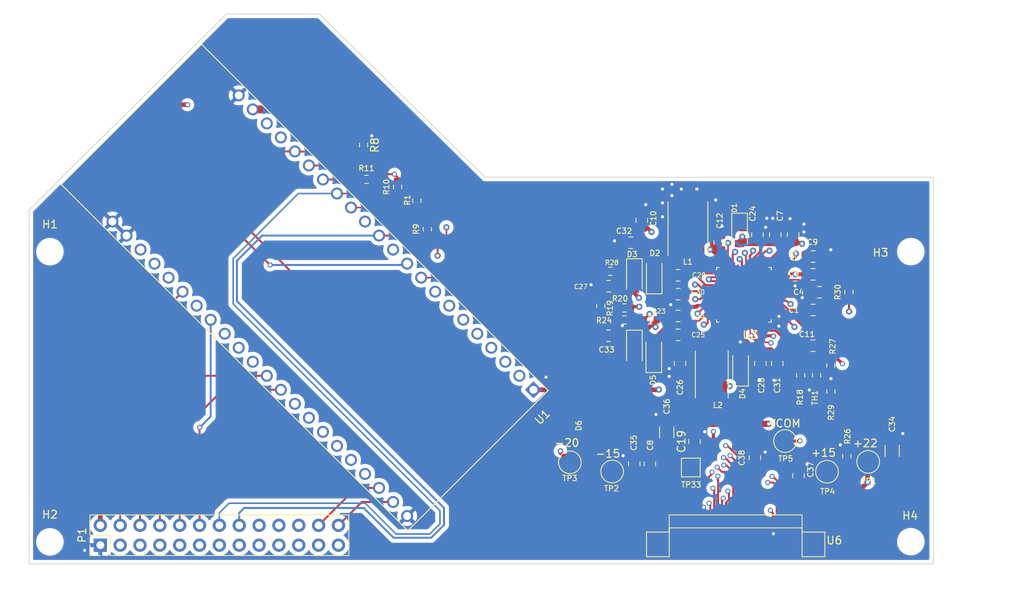
<source format=kicad_pcb>
(kicad_pcb (version 20211014) (generator pcbnew)
  (layers (0 "F.Cu" signal) (1 "In1.Cu" signal) (2 "In2.Cu" signal) (31 "B.Cu" signal) (34 "B.Paste" user) (35 "F.Paste" user) (36 "B.SilkS" user "B.Silkscreen") (37 "F.SilkS" user "F.Silkscreen") (38 "B.Mask" user) (39 "F.Mask" user) (44 "Edge.Cuts" user))
  (net 0 "")
  (net 1 "GND")
  (net 2 "/EP_VCOM")
  (net 3 "SW_VIN")
  (net 4 "/-15V")
  (net 5 "EPD_VDD")
  (net 6 "/-20V")
  (net 7 "/15V")
  (net 8 "/+22V")
  (net 9 "/+3.3V")
  (net 11 "/IO17")
  (net 13 "/IO47")
  (net 15 "/IO37")
  (net 17 "/IO38")
  (net 19 "/IO45")
  (net 21 "/SCL")
  (net 23 "/SDA")
  (net 25 "/TPS_PWR_GOOD")
  (net 30 "/RX")
  (net 31 "/TX")
  (net 32 "/EP_LE")
  (net 33 "/TPS_VCOM_CTRL")
  (net 34 "/EP_MODE")
  (net 35 "/EP_OE")
  (net 37 "/EP_D3")
  (net 38 "/TPS_WAKEUP")
  (net 39 "/TPS_PWRUP")
  (net 40 "/EP_STV")
  (net 41 "/EP_D7")
  (net 42 "/EP_D6")
  (net 43 "/EP_D5")
  (net 44 "/EP_D4")
  (net 48 "/EP_CKH")
  (net 50 "/EP_D0")
  (net 51 "/EP_CKV")
  (net 52 "/EP_STH")
  (net 57 "/EP_D2")
  (net 58 "/EP_D1")
  (net 66 "/VNEG_IN")
  (net 67 "Net-(C4-Pad2)")
  (net 68 "Net-(C11-Pad2)")
  (net 69 "Net-(C20-Pad1)")
  (net 70 "Net-(C20-Pad2)")
  (net 71 "Net-(C25-Pad1)")
  (net 72 "Net-(C25-Pad2)")
  (net 73 "Net-(C26-Pad2)")
  (net 74 "Net-(C29-Pad2)")
  (net 75 "Net-(C30-Pad1)")
  (net 76 "Net-(D1-Pad1)")
  (net 77 "Net-(D4-Pad2)")
  (net 78 "Net-(R18-Pad2)")
  (net 79 "Net-(R19-Pad2)")
  (net 80 "Net-(R23-Pad2)")
  (net 81 "/TPS_nINT")
  (footprint "Inductor_SMD:L_Taiyo-Yuden_NR-50xx_HandSoldering" (layer "F.Cu") (at 151.0348 76.9674 90)
    (fp_text reference "L1")
    (fp_text value "4.7uH")
  )
  (footprint "Resistor_SMD:R_0603_1608Metric" (layer "F.Cu") (at 142.9068 88.6514 180)
    (fp_text reference "R24")
    (fp_text value "47.5k")
  )
  (footprint "Capacitor_SMD:C_0805_2012Metric" (layer "F.Cu") (at 146.16 107.09 -90)
    (fp_text reference "C8")
    (fp_text value "4.7uF")
  )
  (footprint "Connector_PinHeader_2.54mm:PinHeader_2x13_P2.54mm_Vertical" (layer "F.Cu") (at 75.82 117.5 90)
    (fp_text reference "P1")
    (fp_text value "CONN_02X13")
  )
  (footprint "Capacitor_SMD:C_0805_2012Metric" (layer "F.Cu") (at 149.7648 85.3494 180)
    (fp_text reference "C30")
    (fp_text value "100nF")
  )
  (footprint "MountingHole:MountingHole_2.5mm" (layer "F.Cu") (at 69.37 117.08)
    (fp_text reference "H2")
    (fp_text value "MountingHole")
  )
  (footprint "Resistor_SMD:R_0603_1608Metric" (layer "F.Cu") (at 169.32 94.49 -90)
    (fp_text reference "R27")
    (fp_text value "47k")
  )
  (footprint "Capacitor_SMD:C_0805_2012Metric" (layer "F.Cu") (at 145.1268 75.8834 -90)
    (fp_text reference "C10")
    (fp_text value "22uF")
  )
  (footprint "Resistor_SMD:R_0603_1608Metric" (layer "F.Cu") (at 171.64 85.09 90)
    (fp_text reference "R30")
    (fp_text value "100k")
  )
  (footprint "Capacitor_SMD:C_1206_3216Metric" (layer "F.Cu") (at 148.32 103.045 90)
    (fp_text reference "C36")
    (fp_text value "1uF/50V")
  )
  (footprint "Resistor_SMD:R_0603_1608Metric" (layer "F.Cu") (at 109.885 70.65)
    (fp_text reference "R11")
    (fp_text value "10K")
  )
  (footprint "ESP32S3:ESP32-S3-DEVKITC-1-N8R2" (layer "F.Cu") (at 101.98 84.49 -135)
    (fp_text reference "U1")
    (fp_text value "ESP32-S3-DEVKITC-1-N8R2")
  )
  (footprint "Capacitor_SMD:C_0805_2012Metric" (layer "F.Cu") (at 149.7648 90.5564)
    (fp_text reference "C25")
    (fp_text value "10nF")
  )
  (footprint "Capacitor_SMD:C_0805_2012Metric" (layer "F.Cu") (at 162.2108 77.7294 90)
    (fp_text reference "C7")
    (fp_text value "4.7uF")
  )
  (footprint "Resistor_SMD:R_0603_1608Metric" (layer "F.Cu") (at 141.0898 82.4124 180)
    (fp_text reference "R28")
    (fp_text value "47k")
  )
  (footprint "Capacitor_SMD:C_0805_2012Metric" (layer "F.Cu") (at 140.8748 84.3334)
    (fp_text reference "C27")
    (fp_text value "2.2uF")
  )
  (footprint "Capacitor_SMD:C_0805_2012Metric" (layer "F.Cu") (at 167.0368 80.5234)
    (fp_text reference "C9")
    (fp_text value "10uF")
  )
  (footprint "Resistor_SMD:R_0603_1608Metric" (layer "F.Cu") (at 139.87 86.865 -90)
    (fp_text reference "R19")
    (fp_text value "1M")
  )
  (footprint "footprint:TPS65185RGZR_700X700X100-49N" (layer "F.Cu") (at 158.1973 85.4374 180)
    (fp_text reference "U3")
    (fp_text value "QFN50P700X700X100-49N")
  )
  (footprint "Capacitor_SMD:C_0805_2012Metric" (layer "F.Cu") (at 167.0368 91.9534 180)
    (fp_text reference "C11")
    (fp_text value "4.7uF")
  )
  (footprint "Capacitor_SMD:C_0805_2012Metric" (layer "F.Cu") (at 159.6 106.32 90)
    (fp_text reference "C38")
    (fp_text value "1uF/25V")
  )
  (footprint "Resistor_SMD:R_0603_1608Metric" (layer "F.Cu") (at 117.67 77.02 90)
    (fp_text reference "R9")
    (fp_text value "2K2")
  )
  (footprint "Diode_SMD:D_SOD-123" (layer "F.Cu") (at 157.6388 77.2214 -90)
    (fp_text reference "D1")
    (fp_text value "MBR0540")
  )
  (footprint "TestPoint:TestPoint_Pad_D2.5mm" (layer "F.Cu") (at 135.92 106.89)
    (fp_text reference "TP3")
    (fp_text value "-20V")
  )
  (footprint "Capacitor_SMD:C_0805_2012Metric" (layer "F.Cu") (at 140.8748 90.6834 180)
    (fp_text reference "C33")
    (fp_text value "2.2uF")
  )
  (footprint "TestPoint:TestPoint_Pad_D2.5mm" (layer "F.Cu") (at 163.46 104.17)
    (fp_text reference "TP5")
    (fp_text value "VCOM")
  )
  (footprint "MountingHole:MountingHole_2.5mm" (layer "F.Cu") (at 179.56 117.05)
    (fp_text reference "H4")
    (fp_text value "MountingHole")
  )
  (footprint "MountingHole:MountingHole_2.5mm" (layer "F.Cu") (at 179.56 79.9)
    (fp_text reference "H3")
    (fp_text value "MountingHole")
  )
  (footprint "Diode_SMD:D_SOD-123" (layer "F.Cu") (at 144.1768 92.2074 -90)
    (fp_text reference "D6")
    (fp_text value "MBR0540")
  )
  (footprint "Capacitor_SMD:C_0805_2012Metric" (layer "F.Cu") (at 167.0368 82.8094 180)
    (fp_text reference "C6")
    (fp_text value "22uF")
  )
  (footprint "Capacitor_SMD:C_0805_2012Metric" (layer "F.Cu") (at 165.18 108.6 90)
    (fp_text reference "C37")
    (fp_text value "1uF/25V")
  )
  (footprint "Capacitor_SMD:C_0805_2012Metric" (layer "F.Cu") (at 143.7148 78.7624)
    (fp_text reference "C32")
    (fp_text value "10uF")
  )
  (footprint "TestPoint:TestPoint_Pad_D2.5mm" (layer "F.Cu") (at 141.33 108.07)
    (fp_text reference "TP2")
    (fp_text value "-15V")
  )
  (footprint "Resistor_SMD:R_0603_1608Metric" (layer "F.Cu") (at 167.49 95.73 -90)
    (fp_text reference "TH1")
    (fp_text value "10k/3380K")
  )
  (footprint "Capacitor_SMD:C_0805_2012Metric" (layer "F.Cu") (at 159.9248 77.7294 90)
    (fp_text reference "C24")
    (fp_text value "4.7uF")
  )
  (footprint "Resistor_SMD:R_0603_1608Metric" (layer "F.Cu") (at 171.37 106.1 90)
    (fp_text reference "R26")
    (fp_text value "47k")
  )
  (footprint "Resistor_SMD:R_0603_1608Metric" (layer "F.Cu") (at 109.52 66.255 -90)
    (fp_text reference "R8")
    (fp_text value "10K")
  )
  (footprint "Capacitor_SMD:C_0805_2012Metric" (layer "F.Cu") (at 155.0988 78.7454 90)
    (fp_text reference "C12")
    (fp_text value "10uF")
  )
  (footprint "Capacitor_SMD:C_0805_2012Metric" (layer "F.Cu") (at 167.0368 87.3814)
    (fp_text reference "C1")
    (fp_text value "4.7uF")
  )
  (footprint "Resistor_SMD:R_0603_1608Metric" (layer "F.Cu") (at 113.87 71.62 90)
    (fp_text reference "R10")
    (fp_text value "2K2")
  )
  (footprint "Capacitor_SMD:C_0805_2012Metric" (layer "F.Cu") (at 149.7648 88.1434)
    (fp_text reference "C29")
    (fp_text value "100nF")
  )
  (footprint "TestPoint:TestPoint_Pad_2.0x2.0mm" (layer "F.Cu") (at 151.4 107.55)
    (fp_text reference "TP33")
    (fp_text value "TestPoint")
  )
  (footprint "Resistor_SMD:R_0603_1608Metric" (layer "F.Cu") (at 116.33 73.39 90)
    (fp_text reference "R1")
    (fp_text value "10K")
  )
  (footprint "Capacitor_SMD:C_0805_2012Metric" (layer "F.Cu") (at 144.16 107.08 90)
    (fp_text reference "C35")
    (fp_text value "1uF/25V")
  )
  (footprint "Capacitor_SMD:C_0805_2012Metric" (layer "F.Cu") (at 150.0188 94.2394 90)
    (fp_text reference "C26")
    (fp_text value "4.7uF")
  )
  (footprint "Capacitor_SMD:C_0805_2012Metric" (layer "F.Cu") (at 149.7648 82.9364)
    (fp_text reference "C20")
    (fp_text value "10nF")
  )
  (footprint "Diode_SMD:D_SOD-123" (layer "F.Cu") (at 157.7658 94.8744 90)
    (fp_text reference "D4")
    (fp_text value "MBR0540")
  )
  (footprint "Diode_SMD:D_SOD-123" (layer "F.Cu") (at 146.6648 93.1374 90)
    (fp_text reference "D5")
    (fp_text value "MBR0540")
  )
  (footprint "Resistor_SMD:R_0603_1608Metric" (layer "F.Cu") (at 169.33 97.81 90)
    (fp_text reference "R29")
    (fp_text value "47k")
  )
  (footprint "Capacitor_SMD:C_0805_2012Metric" (layer "F.Cu") (at 162.4648 94.2394 90)
    (fp_text reference "C31")
    (fp_text value "4.7uF")
  )
  (footprint "Capacitor_SMD:C_0805_2012Metric" (layer "F.Cu") (at 164.4968 77.7294 -90)
    (fp_text reference "C5")
    (fp_text value "4.7uF")
  )
  (footprint "Diode_SMD:D_SOD-123" (layer "F.Cu") (at 144.1768 83.0634 -90)
    (fp_text reference "D3")
    (fp_text value "MBR0540")
  )
  (footprint "Resistor_SMD:R_0603_1608Metric" (layer "F.Cu") (at 142.9148 87.1124 180)
    (fp_text reference "R20")
    (fp_text value "52.3k")
  )
  (footprint "Resistor_SMD:R_0603_1608Metric" (layer "F.Cu") (at 146.2088 88.6514 180)
    (fp_text reference "R23")
    (fp_text value "1M")
  )
  (footprint "TestPoint:TestPoint_Pad_D2.5mm" (layer "F.Cu") (at 174.1 106.83)
    (fp_text reference "TP1")
    (fp_text value "+22V")
  )
  (footprint "MountingHole:MountingHole_2.5mm" (layer "F.Cu") (at 69.37 79.91)
    (fp_text reference "H1")
    (fp_text value "MountingHole")
  )
  (footprint "Diode_SMD:D_SOD-123" (layer "F.Cu") (at 146.7168 83.0634 90)
    (fp_text reference "D2")
    (fp_text value "MBR0540")
  )
  (footprint "Capacitor_SMD:C_0805_2012Metric" (layer "F.Cu") (at 160.3058 94.2394 90)
    (fp_text reference "C28")
    (fp_text value "4.7uF")
  )
  (footprint "TestPoint:TestPoint_Pad_D2.5mm" (layer "F.Cu") (at 168.83 108.09)
    (fp_text reference "TP4")
    (fp_text value "+15V")
  )
  (footprint "Capacitor_SMD:C_1206_3216Metric" (layer "F.Cu") (at 177.17 105.4 90)
    (fp_text reference "C34")
    (fp_text value "1uF/50V")
  )
  (footprint "Capacitor_SMD:C_0805_2012Metric" (layer "F.Cu") (at 151.87 104.22 90)
    (fp_text reference "C19")
    (fp_text value "10uF")
  )
  (footprint "Inductor_SMD:L_Taiyo-Yuden_NR-40xx_HandSoldering" (layer "F.Cu") (at 154.0828 95.6364 90)
    (fp_text reference "L2")
    (fp_text value "2.2uH")
  )
  (footprint "footprint:X05A20H34G" (layer "F.Cu") (at 157.14 114.46)
    (fp_text reference "U6")
    (fp_text value "ED060XC5")
  )
  (footprint "Capacitor_SMD:C_0805_2012Metric" (layer "F.Cu") (at 167.8648 85.1081 180)
    (fp_text reference "C4")
    (fp_text value "4.7uF")
  )
  (footprint "Resistor_SMD:R_0603_1608Metric" (layer "F.Cu") (at 165.458 95.73 90)
    (fp_text reference "R18")
    (fp_text value "43k")
  )
  (gr_line (start 125.08 70.37) (end 182.44 70.37) (layer "Edge.Cuts") (width 0.1))
  (gr_line (start 66.71 119.9) (end 66.71 74.56) (layer "Edge.Cuts") (width 0.1))
  (gr_line (start 182.44 119.9) (end 66.71 119.9) (layer "Edge.Cuts") (width 0.1))
  (gr_line (start 66.71 74.56) (end 91.94 49.48) (layer "Edge.Cuts") (width 0.1))
  (gr_line (start 103.87 49.48) (end 125.08 70.37) (layer "Edge.Cuts") (width 0.1))
  (gr_line (start 182.44 70.37) (end 182.44 119.9) (layer "Edge.Cuts") (width 0.1))
  (gr_line (start 91.94 49.48) (end 103.87 49.48) (layer "Edge.Cuts") (width 0.1))
  (gr_text "-15" (at 140.79 105.78) (layer "F.SilkS") (effects (font (size 1 1))))
  (gr_text "+22" (at 173.73 104.45) (layer "F.SilkS") (effects (font (size 1 1))))
  (gr_text "VCOM" (at 163.42 101.91) (layer "F.SilkS") (effects (font (size 1 1))))
  (gr_text "-20" (at 135.54 104.4) (layer "F.SilkS") (effects (font (size 1 1))))
  (gr_text "+15" (at 168.39 105.67) (layer "F.SilkS") (effects (font (size 1 1))))
  (segment (start 157.548812 73.69341) (end 159.9248 76.069398) (width 0.5) (layer "F.Cu") (net 1))
  (segment (start 170.7969 85.1081) (end 171.64 84.265) (width 0.4) (layer "F.Cu") (net 1))
  (segment (start 149.89 115.36) (end 150.2 115.67) (width 0.25) (layer "F.Cu") (net 1))
  (segment (start 152.17 115.67) (end 152.57 115.67) (width 0.25) (layer "F.Cu") (net 1))
  (segment (start 152.89 115.35) (end 152.89 114.46) (width 0.25) (layer "F.Cu") (net 1))
  (segment (start 160.4473 81.2549) (end 160.9648 80.7374) (width 0.25) (layer "F.Cu") (net 1))
  (segment (start 157.45832 90.23092) (end 157.744081 90.516681) (width 0.25) (layer "F.Cu") (net 1))
  (segment (start 152.91 102.98) (end 152.96 102.98) (width 0.25) (layer "F.Cu") (net 1))
  (segment (start 148.9328 95.1894) (end 148.6268 94.8834) (width 0.5) (layer "F.Cu") (net 1))
  (segment (start 168.4538 80.5234) (end 169.3148 79.6624) (width 0.3) (layer "F.Cu") (net 1))
  (segment (start 169.33 96.985) (end 169.33 95.325) (width 0.4) (layer "F.Cu") (net 1))
  (segment (start 167.6268 81.6334) (end 167.6268 82.4494) (width 0.4) (layer "F.Cu") (net 1))
  (segment (start 142.0818 88.8384) (end 142.6268 89.3834) (width 0.5) (layer "F.Cu") (net 1))
  (segment (start 146.92 100.85) (end 146.92 100.78) (width 0.4) (layer "F.Cu") (net 1))
  (segment (start 75.82 117.5) (end 74.48 117.5) (width 0.25) (layer "F.Cu") (net 1))
  (segment (start 144.16 106.13) (end 142.75 106.13) (width 0.4) (layer "F.Cu") (net 1))
  (segment (start 169.33 95.325) (end 169.32 95.315) (width 0.4) (layer "F.Cu") (net 1))
  (segment (start 167.9868 87.3814) (end 167.9868 91.9534) (width 0.4) (layer "F.Cu") (net 1))
  (segment (start 160.4473 82.0024) (end 160.4473 81.2549) (width 0.25) (layer "F.Cu") (net 1))
  (segment (start 160.3058 96.2044) (end 160.1268 96.3834) (width 0.5) (layer "F.Cu") (net 1))
  (segment (start 157.4473 88.8724) (end 157.45832 88.88342) (width 0.25) (layer "F.Cu") (net 1))
  (segment (start 168.8148 85.1081) (end 168.8148 83.6374) (width 0.4) (layer "F.Cu") (net 1))
  (segment (start 161.690293 80.7374) (end 163.3648 79.062893) (width 0.25) (layer "F.Cu") (net 1))
  (segment (start 167.49 96.555) (end 167.49 96.6872) (width 0.4) (layer "F.Cu") (net 1))
  (segment (start 152.57 115.67) (end 152.89 115.35) (width 0.25) (layer "F.Cu") (net 1))
  (segment (start 159.6 105.37) (end 160.72 105.37) (width 0.4) (layer "F.Cu") (net 1))
  (segment (start 142.7648 78.7624) (end 141.8724 78.7624) (width 0.3) (layer "F.Cu") (net 1))
  (segment (start 157.45832 88.88342) (end 157.45832 90.23092) (width 0.25) (layer "F.Cu") (net 1))
  (segment (start 151.873577 86.977803) (end 152.098052 86.977803) (width 0.5) (layer "F.Cu") (net 1))
  (segment (start 164.4968 76.7794) (end 165.4808 76.7794) (width 0.5) (layer "F.Cu") (net 1))
  (segment (start 152.338455 86.7374) (end 152.241944 86.833911) (width 0.25) (layer "F.Cu") (net 1))
  (segment (start 160.9808 76.7794) (end 164.4968 76.7794) (width 1) (layer "F.Cu") (net 1))
  (segment (start 164.4968 76.7794) (end 165.2728 76.7794) (width 0.5) (layer "F.Cu") (net 1))
  (segment (start 167.49 96.555) (end 167.785 96.555) (width 0.4) (layer "F.Cu") (net 1))
  (segment (start 148.8148 86.6954) (end 148.8148 85.3494) (width 0.5) (layer "F.Cu") (net 1))
  (segment (start 163.89 115.47) (end 163.46 115.9) (width 0.25) (layer "F.Cu") (net 1))
  (segment (start 161.39 115.35) (end 161.94 115.9) (width 0.25) (layer "F.Cu") (net 1))
  (segment (start 163.46 115.9) (end 164.03 115.9) (width 0.25) (layer "F.Cu") (net 1))
  (segment (start 165.5074 96.555) (end 166.5648 97.6124) (width 0.4) (layer "F.Cu") (net 1))
  (segment (start 154.5768 73.2834) (end 154.98681 73.69341) (width 0.5) (layer "F.Cu") (net 1))
  (segment (start 164.094287 75.68217) (end 164.094287 76.376887) (width 0.5) (layer "F.Cu") (net 1))
  (segment (start 165.5593 85.6874) (end 165.6648 85.7929) (width 0.25) (layer "F.Cu") (net 1))
  (segment (start 140.9758 88.6514) (end 139.9248 89.7024) (width 0.5) (layer "F.Cu") (net 1))
  (segment (start 148.8148 88.1434) (end 148.8148 86.6954) (width 0.5) (layer "F.Cu") (net 1))
  (segment (start 152.62 103.27) (end 152.91 102.98) (width 0.25) (layer "F.Cu") (net 1))
  (segment (start 161.8648 89.4374) (end 162.6648 89.4374) (width 0.25) (layer "F.Cu") (net 1))
  (segment (start 145.1268 74.9334) (end 145.1268 74.3834) (width 0.5) (layer "F.Cu") (net 1))
  (segment (start 147.64 101.57) (end 146.92 100.85) (width 0.4) (layer "F.Cu") (net 1))
  (segment (start 171.37 105.275) (end 171.145 105.275) (width 0.4) (layer "F.Cu") (net 1))
  (segment (start 153.17 102.98) (end 153.18 102.97) (width 0.25) (layer "F.Cu") (net 1))
  (segment (start 152.89 113.62) (end 152.89 112.8) (width 0.25) (layer "F.Cu") (net 1))
  (segment (start 148.32 101.57) (end 147.64 101.57) (width 0.4) (layer "F.Cu") (net 1))
  (segment (start 162.4648 95.1894) (end 162.4648 95.954399) (width 0.5) (layer "F.Cu") (net 1))
  (segment (start 161.230424 88.8724) (end 161.2998 88.8724) (width 0.25) (layer "F.Cu") (net 1))
  (segment (start 151.87 103.27) (end 152.62 103.27) (width 0.25) (layer "F.Cu") (net 1))
  (segment (start 162.4648 95.954399) (end 162.035799 96.3834) (width 0.5) (layer "F.Cu") (net 1))
  (segment (start 109.52 65.43) (end 110.2 65.43) (width 0.3) (layer "F.Cu") (net 1))
  (segment (start 165.2728 76.7794) (end 165.8768 77.3834) (width 0.5) (layer "F.Cu") (net 1))
  (segment (start 165.4808 76.7794) (end 165.8768 76.3834) (width 0.5) (layer "F.Cu") (net 1))
  (segment (start 139.9248 82.7524) (end 140.2648 82.4124) (width 0.5) (layer "F.Cu") (net 1))
  (segment (start 149.89 114.46) (end 149.89 115.36) (width 0.25) (layer "F.Cu") (net 1))
  (segment (start 160.9808 75.7794) (end 161.1268 75.6334) (width 0.5) (layer "F.Cu") (net 1))
  (segment (start 164.39 115.54) (end 164.39 114.46) (width 0.25) (layer "F.Cu") (net 1))
  (segment (start 139.9248 89.7024) (end 139.9248 90.6834) (width 0.5) (layer "F.Cu") (net 1))
  (segment (start 142.75 106.13) (end 142.73 106.11) (width 0.4) (layer "F.Cu") (net 1))
  (segment (start 164.03 115.9) (end 164.39 115.54) (width 0.25) (layer "F.Cu") (net 1))
  (segment (start 161.39 114.46) (end 161.39 115.35) (width 0.25) (layer "F.Cu") (net 1))
  (segment (start 160.9473 88.8724) (end 161.230424 88.8724) (width 0.25) (layer "F.Cu") (net 1))
  (segment (start 159.9248 76.069398) (end 159.9248 76.7794) (width 0.5) (layer "F.Cu") (net 1))
  (segment (start 148.8148 86.6954) (end 150.9388 86.6954) (width 0.5) (layer "F.Cu") (net 1))
  (segment (start 164.204537 84.2854) (end 164.7508 84.2854) (width 0.2) (layer "F.Cu") (net 1))
  (segment (start 151.89 115.39) (end 152.17 115.67) (width 0.25) (layer "F.Cu") (net 1))
  (segment (start 161.6323 85.6874) (end 165.5593 85.6874) (width 0.25) (layer "F.Cu") (net 1))
  (segment (start 146.92 100.78) (end 146.94 100.76) (width 0.4) (layer "F.Cu") (net 1))
  (segment (start 152.6648 86.7374) (end 152.338455 86.7374) (width 0.25) (layer "F.Cu") (net 1))
  (segment (start 161.94 115.9) (end 161.94 116) (width 0.25) (layer "F.Cu") (net 1))
  (segment (start 168.1208 87.3814) (end 168.8148 86.6874) (width 0.4) (layer "F.Cu") (net 1))
  (segment (start 163.903018 84.586919) (end 162.215281 84.586919) (width 0.2) (layer "F.Cu") (net 1))
  (segment (start 150.9388 86.6954) (end 151.221203 86.977803) (width 0.5) (layer "F.Cu") (net 1))
  (segment (start 142.0818 88.6514) (end 142.0818 88.8384) (width 0.5) (layer "F.Cu") (net 1))
  (segment (start 156.1148 76.7794) (end 157.2308 76.7794) (width 1) (layer "F.Cu") (net 1))
  (segment (start 154.7623 86.1874) (end 153.2148 86.1874) (width 0.25) (layer "F.Cu") (net 1))
  (segment (start 162.215281 84.586919) (end 162.1148 84.6874) (width 0.2) (layer "F.Cu") (net 1))
  (segment (start 160.9808 76.7794) (end 160.9808 75.7794) (width 0.5) (layer "F.Cu") (net 1))
  (segment (start 155.0988 77.7954) (end 156.1148 76.7794) (width 1) (layer "F.Cu") (net 1))
  (segment (start 160.9648 80.7374) (end 161.690293 80.7374) (width 0.25) (layer "F.Cu") (net 1))
  (segment (start 160.3058 95.1894) (end 162.4648 95.1894) (width 0.5) (layer "F.Cu") (net 1))
  (segment (start 162.1148 84.6874) (end 161.6323 84.6874) (width 0.2) (layer "F.Cu") (net 1))
  (segment (start 161.94 115.9) (end 163.46 115.9) (width 0.25) (layer "F.Cu") (net 1))
  (segment (start 160.72 105.37) (end 160.92 105.57) (width 0.4) (layer "F.Cu") (net 1))
  (segment (start 165.18 107.65) (end 165.73 107.65) (width 0.4) (layer "F.Cu") (net 1))
  (segment (start 153.2148 86.1874) (end 152.6648 86.7374) (width 0.25) (layer "F.Cu") (net 1))
  (segment (start 167.9868 81.2734) (end 167.6268 81.6334) (width 0.4) (layer "F.Cu") (net 1))
  (segment (start 161.2998 88.8724) (end 161.8648 89.4374) (width 0.25) (layer "F.Cu") (net 1))
  (segment (start 154.98681 73.69341) (end 157.548812 73.69341) (width 0.5) (layer "F.Cu") (net 1))
  (segment (start 164.204537 84.2854) (end 163.903018 84.586919) (width 0.2) (layer "F.Cu") (net 1))
  (segment (start 161.94 116) (end 161.97 116.03) (width 0.25) (layer "F.Cu") (net 1))
  (segment (start 141.8724 78.7624) (end 141.63 78.52) (width 0.3) (layer "F.Cu") (net 1))
  (segment (start 148.9328 95.1894) (end 150.0188 95.1894) (width 0.5) (layer "F.Cu") (net 1))
  (segment (start 161.8768 76.4454) (end 162.2108 76.7794) (width 0.5) (layer "F.Cu") (net 1))
  (segment (start 150.2 115.67) (end 151.61 115.67) (width 0.25) (layer "F.Cu") (net 1))
  (segment (start 151.61 115.67) (end 152.17 115.67) (width 0.25) (layer "F.Cu") (net 1))
  (segment (start 144.16 106.13) (end 146.15 106.13) (width 0.4) (layer "F.Cu") (net 1))
  (segment (start 139.9248 84.3334) (end 139.9248 82.7524) (width 0.5) (layer "F.Cu") (net 1))
  (segment (start 167.785 96.555) (end 168.215 96.985) (width 0.4) (layer "F.Cu") (net 1))
  (segment (start 177.17 103.925) (end 177.805 103.925) (width 0.4) (layer "F.Cu") (net 1))
  (segment (start 152.89 113.79) (end 152.89 113.62) (width 0.25) (layer "F.Cu") (net 1))
  (segment (start 177.805 103.925) (end 178.53 103.2) (width 0.4) (layer "F.Cu") (net 1))
  (segment (start 171.145 105.275) (end 170.53 104.66) (width 0.4) (layer "F.Cu") (net 1))
  (segment (start 146.15 106.13) (end 146.16 106.14) (width 0.4) (layer "F.Cu") (net 1))
  (segment (start 138.8268 84.3334) (end 138.6268 84.1334) (width 0.5) (layer "F.Cu") (net 1))
  (segment (start 142.0818 88.6514) (end 142.0818 87.1204) (width 0.5) (layer "F.Cu") (net 1))
  (segment (start 149.3208 95.1894) (end 148.6268 95.8834) (width 0.5) (layer "F.Cu") (net 1))
  (segment (start 152.89 114.46) (end 152.89 113.79) (width 0.25) (layer "F.Cu") (net 1))
  (segment (start 167.9868 87.3814) (end 168.1208 87.3814) (width 0.4) (layer "F.Cu") (net 1))
  (segment (start 152.89 112.8) (end 153.04 112.65) (width 0.25) (layer "F.Cu") (net 1))
  (segment (start 165.73 107.65) (end 166.27 107.11) (width 0.4) (layer "F.Cu") (net 1))
  (segment (start 151.89 114.46) (end 151.89 115.39) (width 0.25) (layer "F.Cu") (net 1))
  (segment (start 168.8148 85.1081) (end 170.7969 85.1081) (width 0.4) (layer "F.Cu") (net 1))
  (segment (start 139.9248 84.3334) (end 138.8268 84.3334) (width 0.5) (layer "F.Cu") (net 1))
  (segment (start 168.8148 83.6374) (end 167.9868 82.8094) (width 0.4) (layer "F.Cu") (net 1))
  (segment (start 163.89 114.46) (end 163.89 115.47) (width 0.25) (layer "F.Cu") (net 1))
  (segment (start 160.3058 95.1894) (end 160.3058 96.2044) (width 0.5) (layer "F.Cu") (net 1))
  (segment (start 145.1268 74.3834) (end 145.6268 73.8834) (width 0.5) (layer "F.Cu") (net 1))
  (segment (start 167.49 96.6872) (end 166.5648 97.6124) (width 0.4) (layer "F.Cu") (net 1))
  (segment (start 152.96 102.98) (end 153.17 102.98) (width 0.25) (layer "F.Cu") (net 1))
  (segment (start 155.0988 76.942468) (end 155.392334 76.648934) (width 0.5) (layer "F.Cu") (net 1))
  (segment (start 155.0988 77.7954) (end 155.0988 76.942468) (width 0.5) (layer "F.Cu") (net 1))
  (segment (start 167.6268 82.4494) (end 167.9868 82.8094) (width 0.4) (layer "F.Cu") (net 1))
  (segment (start 142.0818 88.6514) (end 140.9758 88.6514) (width 0.5) (layer "F.Cu") (net 1))
  (segment (start 157.744081 90.516681) (end 157.744081 91.468063) (width 0.25) (layer "F.Cu") (net 1))
  (segment (start 74.48 117.5) (end 73.81 118.17) (width 0.25) (layer "F.Cu") (net 1))
  (segment (start 157.2308 76.7794) (end 160.9808 76.7794) (width 1) (layer "F.Cu") (net 1))
  (segment (start 163.3648 79.062893) (end 163.3648 77.2374) (width 0.25) (layer "F.Cu") (net 1))
  (segment (start 110.2 65.43) (end 110.56 65.07) (width 0.3) (layer "F.Cu") (net 1))
  (segment (start 164.094287 76.376887) (end 164.4968 76.7794) (width 0.5) (layer "F.Cu") (net 1))
  (segment (start 167.9868 80.5234) (end 168.4538 80.5234) (width 0.3) (layer "F.Cu") (net 1))
  (segment (start 142.0818 87.1204) (end 142.0898 87.1124) (width 0.5) (layer "F.Cu") (net 1))
  (segment (start 151.221203 86.977803) (end 151.873577 86.977803) (width 0.5) (layer "F.Cu") (net 1))
  (segment (start 161.8768 75.6334) (end 161.8768 76.4454) (width 0.5) (layer "F.Cu") (net 1))
  (segment (start 151.89 115.39) (end 151.61 115.67) (width 0.25) (layer "F.Cu") (net 1))
  (segment (start 152.098052 86.977803) (end 152.241944 86.833911) (width 0.5) (layer "F.Cu") (net 1))
  (segment (start 168.8148 86.6874) (end 168.8148 85.1081) (width 0.4) (layer "F.Cu") (net 1))
  (segment (start 168.215 96.985) (end 169.33 96.985) (width 0.4) (layer "F.Cu") (net 1))
  (segment (start 142.73 106.11) (end 142.73 106.03) (width 0.4) (layer "F.Cu") (net 1))
  (via (at 165.8768 77.3834) (size 0.8) (drill 0.4) (layers "F.Cu" "B.Cu") (net 1))
  (via (at 166.27 107.11) (size 0.8) (drill 0.4) (layers "F.Cu" "B.Cu") (net 1))
  (via (at 160.9808 76.7794) (size 0.8) (drill 0.4) (layers "F.Cu" "B.Cu") (net 1))
  (via (at 142.73 106.03) (size 0.7) (drill 0.4) (layers "F.Cu" "B.Cu") (net 1))
  (via (at 169.3148 79.6624) (size 0.8) (drill 0.4) (layers "F.Cu" "B.Cu") (net 1))
  (via (at 170.53 104.66) (size 0.8) (drill 0.4) (layers "F.Cu" "B.Cu") (net 1))
  (via (at 164.094287 75.68217) (size 0.8) (drill 0.4) (layers "F.Cu" "B.Cu") (net 1))
  (via (at 147.7748 75.4374) (size 0.8) (drill 0.4) (layers "F.Cu" "B.Cu") (net 1))
  (via (at 161.97 116.03) (size 0.65) (drill 0.4) (layers "F.Cu" "B.Cu") (net 1))
  (via (at 145.6268 73.8834) (size 0.8) (drill 0.4) (layers "F.Cu" "B.Cu") (net 1))
  (via (at 157.744081 91.468063) (size 0.8) (drill 0.4) (layers "F.Cu" "B.Cu") (net 1))
  (via (at 153.18 102.97) (size 0.65) (drill 0.4) (layers "F.Cu" "B.Cu") (net 1))
  (via (at 138.6268 84.1334) (size 0.8) (drill 0.4) (layers "F.Cu" "B.Cu") (net 1))
  (via (at 166.5648 97.6124) (size 0.8) (drill 0.4) (layers "F.Cu" "B.Cu") (net 1))
  (via (at 148.9768 72.7274) (size 0.8) (drill 0.4) (layers "F.Cu" "B.Cu") (net 1))
  (via (at 148.9768 71.2834) (size 0.8) (drill 0.4) (layers "F.Cu" "B.Cu") (net 1))
  (via (at 155.392334 76.648934) (size 0.8) (drill 0.4) (layers "F.Cu" "B.Cu") (net 1))
  (via (at 161.8768 75.6334) (size 0.8) (drill 0.4) (layers "F.Cu" "B.Cu") (net 1))
  (via (at 161.1268 75.6334) (size 0.8) (drill 0.4) (layers "F.Cu" "B.Cu") (net 1))
  (via (at 148.6268 95.8834) (size 0.8) (drill 0.4) (layers "F.Cu" "B.Cu") (net 1))
  (via (at 150.1768 71.8834) (size 0.8) (drill 0.4) (layers "F.Cu" "B.Cu") (net 1))
  (via (at 152.1768 71.8834) (size 0.8) (drill 0.4) (layers "F.Cu" "B.Cu") (net 1))
  (via (at 148.8148 86.6954) (size 0.8) (drill 0.4) (layers "F.Cu" "B.Cu") (net 1))
  (via (at 162.6648 89.4374) (size 0.8) (drill 0.4) (layers "F.Cu" "B.Cu") (net 1))
  (via (at 73.81 118.17) (size 0.65) (drill 0.4) (layers "F.Cu" "B.Cu") (net 1))
  (via (at 153.04 112.65) (size 0.65) (drill 0.4) (layers "F.Cu" "B.Cu") (net 1))
  (via (at 141.63 78.52) (size 0.7) (drill 0.4) (layers "F.Cu" "B.Cu") (net 1))
  (via (at 160.92 105.57) (size 0.8) (drill 0.4) (layers "F.Cu" "B.Cu") (net 1))
  (via (at 147.7748 71.8834) (size 0.8) (drill 0.4) (layers "F.Cu" "B.Cu") (net 1))
  (via (at 169.33 96.17) (size 0.65) (drill 0.4) (layers "F.Cu" "B.Cu") (net 1))
  (via (at 154.5768 73.2834) (size 0.8) (drill 0.4) (layers "F.Cu" "B.Cu") (net 1))
  (via (at 146.94 100.76) (size 0.7) (drill 0.4) (layers "F.Cu" "B.Cu") (net 1))
  (via (at 148.6268 94.8834) (size 0.8) (drill 0.4) (layers "F.Cu" "B.Cu") (net 1))
  (via (at 110.56 65.07) (size 0.7) (drill 0.4) (layers "F.Cu" "B.Cu") (net 1))
  (via (at 147.7748 73.6574) (size 0.8) (drill 0.4) (layers "F.Cu" "B.Cu") (net 1))
  (via (at 162.035799 96.3834) (size 0.8) (drill 0.4) (layers "F.Cu" "B.Cu") (net 1))
  (via (at 165.6648 85.7929) (size 0.8) (drill 0.4) (layers "F.Cu" "B.Cu") (net 1))
  (via (at 142.6268 89.3834) (size 0.8) (drill 0.4) (layers "F.Cu" "B.Cu") (net 1))
  (via (at 178.53 103.2) (size 0.8) (drill 0.4) (layers "F.Cu" "B.Cu") (net 1))
  (via (at 164.7508 84.2854) (size 0.8) (drill 0.4) (layers "F.Cu" "B.Cu") (net 1))
  (via (at 165.8768 76.3834) (size 0.8) (drill 0.4) (layers "F.Cu" "B.Cu") (net 1))
  (via (at 160.1268 96.3834) (size 0.8) (drill 0.4) (layers "F.Cu" "B.Cu") (net 1))
  (segment (start 163.46 104.17) (end 163.46 105.79) (width 0.4) (layer "F.Cu") (net 2))
  (segment (start 165.4228 78.6794) (end 165.6268 78.8834) (width 0.3) (layer "F.Cu") (net 2))
  (segment (start 160.9648 79.842766) (end 161.400934 79.842766) (width 0.25) (layer "F.Cu") (net 2))
  (segment (start 163.46 105.79) (end 161.98 107.27) (width 0.4) (layer "F.Cu") (net 2))
  (segment (start 158.89 114.46) (end 158.89 113.18) (width 0.25) (layer "F.Cu") (net 2))
  (segment (start 159.6 107.27) (end 159.6 112.47) (width 0.4) (layer "F.Cu") (net 2))
  (segment (start 171.64 85.915) (end 171.64 87.55) (width 0.25) (layer "F.Cu") (net 2))
  (segment (start 164.4968 78.6794) (end 165.4228 78.6794) (width 0.3) (layer "F.Cu") (net 2))
  (segment (start 161.98 107.27) (end 159.6 107.27) (width 0.4) (layer "F.Cu") (net 2))
  (segment (start 171.64 87.55) (end 171.65 87.56) (width 0.25) (layer "F.Cu") (net 2))
  (segment (start 165.34 104.17) (end 163.46 104.17) (width 0.4) (layer "F.Cu") (net 2))
  (segment (start 159.9473 82.0024) (end 159.9473 80.860266) (width 0.25) (layer "F.Cu") (net 2))
  (segment (start 159.9473 80.860266) (end 160.9648 79.842766) (width 0.25) (layer "F.Cu") (net 2))
  (segment (start 165.34 104.17) (end 165.37 104.14) (width 0.4) (layer "F.Cu") (net 2))
  (segment (start 161.400934 79.842766) (end 161.4648 79.7789) (width 0.25) (layer "F.Cu") (net 2))
  (segment (start 158.89 113.18) (end 159.6 112.47) (width 0.25) (layer "F.Cu") (net 2))
  (via (at 165.6268 78.8834) (size 0.8) (drill 0.4) (layers "F.Cu" "B.Cu") (net 2))
  (via (at 165.37 104.14) (size 0.65) (drill 0.4) (layers "F.Cu" "B.Cu") (net 2))
  (via (at 161.4648 79.7789) (size 0.8) (drill 0.4) (layers "F.Cu" "B.Cu") (net 2))
  (via (at 171.65 87.56) (size 0.8) (drill 0.4) (layers "F.Cu" "B.Cu") (net 2))
  (segment (start 109.228735 61.678735) (end 124.3834 76.8334) (width 1) (layer "F.Cu") (net 3))
  (segment (start 155.4473 82.0024) (end 155.4473 81.2039) (width 0.25) (layer "F.Cu") (net 3))
  (segment (start 155.0988 79.6954) (end 155.0988 78.9114) (width 0.5) (layer "F.Cu") (net 3))
  (segment (start 155.0988 79.6954) (end 153.9388 79.6954) (width 0.5) (layer "F.Cu") (net 3))
  (segment (start 95.333196 61.678735) (end 109.228735 61.678735) (width 1) (layer "F.Cu") (net 3))
  (segment (start 154.4858 97.1334) (end 154.0828 97.5364) (width 0.25) (layer "F.Cu") (net 3))
  (segment (start 154.1268 78.8834) (end 154.1268 79.3834) (width 0.5) (layer "F.Cu") (net 3))
  (segment (start 145.8268 76.8334) (end 146.3768 77.3834) (width 0.5) (layer "F.Cu") (net 3))
  (segment (start 155.0988 79.6954) (end 154.9388 79.6954) (width 0.5) (layer "F.Cu") (net 3))
  (segment (start 154.3768 79.6334) (end 155.1268 78.8834) (width 0.5) (layer "F.Cu") (net 3))
  (segment (start 161.6323 83.6874) (end 163.3648 83.6874) (width 0.25) (layer "F.Cu") (net 3))
  (segment (start 156.3768 97.1334) (end 154.4858 97.1334) (width 0.25) (layer "F.Cu") (net 3))
  (segment (start 144.6648 78.7624) (end 144.6876 78.7624) (width 0.6) (layer "F.Cu") (net 3))
  (segment (start 154.1268 79.3834) (end 153.8768 79.6334) (width 0.5) (layer "F.Cu") (net 3))
  (segment (start 153.9388 79.6954) (end 153.8768 79.6334) (width 0.5) (layer "F.Cu") (net 3))
  (segment (start 154.9388 79.6954) (end 154.1268 78.8834) (width 0.5) (layer "F.Cu") (net 3))
  (segment (start 124.3834 76.8334) (end 145.1268 76.8334) (width 1) (layer "F.Cu") (net 3))
  (segment (start 145.1268 78.3232) (end 145.1268 76.8334) (width 0.6) (layer "F.Cu") (net 3))
  (segment (start 155.4473 81.2039) (end 153.8768 79.6334) (width 0.25) (layer "F.Cu") (net 3))
  (segment (start 144.6876 78.7624) (end 145.1268 78.3232) (width 0.6) (layer "F.Cu") (net 3))
  (segment (start 163.3648 83.6874) (end 164.2428 82.8094) (width 0.25) (layer "F.Cu") (net 3))
  (segment (start 153.8768 79.6334) (end 154.3768 79.6334) (width 0.5) (layer "F.Cu") (net 3))
  (segment (start 164.2428 82.8094) (end 166.0868 82.8094) (width 0.5) (layer "F.Cu") (net 3))
  (segment (start 155.0988 78.9114) (end 155.1268 78.8834) (width 0.5) (layer "F.Cu") (net 3))
  (segment (start 166.0868 82.8094) (end 166.0868 80.5234) (width 0.5) (layer "F.Cu") (net 3))
  (segment (start 154.1268 78.8834) (end 155.1268 78.8834) (width 0.5) (layer "F.Cu") (net 3))
  (segment (start 145.1268 76.8334) (end 145.8268 76.8334) (width 0.5) (layer "F.Cu") (net 3))
  (via (at 164.764744 82.8094) (size 0.8) (drill 0.4) (layers "F.Cu" "B.Cu") (net 3))
  (via (at 146.3768 77.3834) (size 0.8) (drill 0.4) (layers "F.Cu" "B.Cu") (net 3))
  (via (at 153.8768 79.6334) (size 0.8) (drill 0.4) (layers "F.Cu" "B.Cu") (net 3))
  (via (at 156.3768 97.1334) (size 0.8) (drill 0.4) (layers "F.Cu" "B.Cu") (net 3))
  (segment (start 165.7648 84.0374) (end 167.5648 84.0374) (width 0.2) (layer "F.Cu") (net 4))
  (segment (start 163.6648 87.8374) (end 164.2568 87.8374) (width 0.25) (layer "F.Cu") (net 4))
  (segment (start 146.13 108.07) (end 146.16 108.04) (width 0.4) (layer "F.Cu") (net 4))
  (segment (start 147.86 108.04) (end 146.16 108.04) (width 0.8) (layer "F.Cu") (net 4))
  (segment (start 167.0368 89.4134) (end 167.0368 86.6654) (width 0.25) (layer "F.Cu") (net 4))
  (segment (start 164.768799 88.349399) (end 166.0868 89.6674) (width 0.5) (layer "F.Cu") (net 4))
  (segment (start 163.0148 87.1874) (end 163.6648 87.8374) (width 0.25) (layer "F.Cu") (net 4))
  (segment (start 164.2568 87.8374) (end 164.768799 88.349399) (width 0.25) (layer "F.Cu") (net 4))
  (segment (start 149.85 106.05) (end 148.1625 107.7375) (width 0.8) (layer "F.Cu") (net 4))
  (segment (start 167.655 93.665) (end 169.32 93.665) (width 0.3) (layer "F.Cu") (net 4))
  (segment (start 170.74 94.2) (end 170.8 94.26) (width 0.4) (layer "F.Cu") (net 4))
  (segment (start 147.865 108.04) (end 148.89 109.065) (width 0.8) (layer "F.Cu") (net 4))
  (segment (start 148.1625 107.7375) (end 147.86 108.04) (width 0.8) (layer "F.Cu") (net 4))
  (segment (start 166.93632 92.94632) (end 167.655 93.665) (width 0.3) (layer "F.Cu") (net 4))
  (segment (start 166.0868 89.6674) (end 166.7828 89.6674) (width 0.25) (layer "F.Cu") (net 4))
  (segment (start 166.0868 89.6674) (end 166.93632 90.51692) (width 0.3) (layer "F.Cu") (net 4))
  (segment (start 169.32 93.665) (end 170.195 93.665) (width 0.4) (layer "F.Cu") (net 4))
  (segment (start 161.6323 87.1874) (end 163.0148 87.1874) (width 0.25) (layer "F.Cu") (net 4))
  (segment (start 141.33 108.07) (end 146.13 108.07) (width 0.4) (layer "F.Cu") (net 4))
  (segment (start 147.86 108.04) (end 147.865 108.04) (width 0.8) (layer "F.Cu") (net 4))
  (segment (start 170.195 93.665) (end 170.73 94.2) (width 0.4) (layer "F.Cu") (net 4))
  (segment (start 164.143651 83.508911) (end 165.236311 83.508911) (width 0.2) (layer "F.Cu") (net 4))
  (segment (start 163.465162 84.1874) (end 164.143651 83.508911) (width 0.2) (layer "F.Cu") (net 4))
  (segment (start 150.765 101.96) (end 149.85 102.875) (width 0.8) (layer "F.Cu") (net 4))
  (segment (start 165.236311 83.508911) (end 165.7648 84.0374) (width 0.2) (layer "F.Cu") (net 4))
  (segment (start 167.8648 85.8374) (end 167.8648 84.3374) (width 0.25) (layer "F.Cu") (net 4))
  (segment (start 148.89 114.46) (end 148.89 113.385) (width 0.25) (layer "F.Cu") (net 4))
  (segment (start 170.73 94.2) (end 170.74 94.2) (width 0.4) (layer "F.Cu") (net 4))
  (segment (start 167.0368 86.6654) (end 167.8648 85.8374) (width 0.25) (layer "F.Cu") (net 4))
  (segment (start 148.89 109.065) (end 148.89 113.385) (width 0.6) (layer "F.Cu") (net 4))
  (segment (start 166.7828 89.6674) (end 167.0368 89.4134) (width 0.25) (layer "F.Cu") (net 4))
  (segment (start 149.85 102.875) (end 149.85 106.05) (width 0.8) (layer "F.Cu") (net 4))
  (segment (start 166.93632 90.51692) (end 166.93632 92.94632) (width 0.3) (layer "F.Cu") (net 4))
  (segment (start 167.8648 84.3374) (end 167.5648 84.0374) (width 0.25) (layer "F.Cu") (net 4))
  (segment (start 161.6323 84.1874) (end 163.465162 84.1874) (width 0.2) (layer "F.Cu") (net 4))
  (segment (start 161.38 101.96) (end 150.765 101.96) (width 0.8) (layer "F.Cu") (net 4))
  (via (at 161.38 101.96) (size 0.65) (drill 0.4) (layers "F.Cu" "B.Cu") (net 4))
  (via (at 170.8 94.26) (size 0.65) (drill 0.4) (layers "F.Cu" "B.Cu") (net 4))
  (segment (start 151.4 107.55) (end 151.4 113.225) (width 0.6) (layer "F.Cu") (net 5))
  (segment (start 151.4 113.225) (end 151.39 113.235) (width 0.6) (layer "F.Cu") (net 5))
  (segment (start 154.29 102.95) (end 154.29 103.78) (width 0.4) (layer "F.Cu") (net 5))
  (segment (start 152.9 105.17) (end 151.87 105.17) (width 0.4) (layer "F.Cu") (net 5))
  (segment (start 161.9 90.68) (end 161.95 90.73) (width 0.4) (layer "F.Cu") (net 5))
  (segment (start 159.9473 88.8724) (end 159.9473 89.8373) (width 0.25) (layer "F.Cu") (net 5))
  (segment (start 151.87 105.17) (end 151.4 105.64) (width 0.6) (layer "F.Cu") (net 5))
  (segment (start 151.4 105.64) (end 151.4 107.55) (width 0.6) (layer "F.Cu") (net 5))
  (segment (start 151.39 114.46) (end 151.39 113.235) (width 0.25) (layer "F.Cu") (net 5))
  (segment (start 160.6 90.49) (end 160.6 90.52) (width 0.25) (layer "F.Cu") (net 5))
  (segment (start 161.95 90.73) (end 161.98 90.73) (width 0.4) (layer "F.Cu") (net 5))
  (segment (start 154.29 103.78) (end 152.9 105.17) (width 0.4) (layer "F.Cu") (net 5))
  (segment (start 159.9473 89.8373) (end 160.6 90.49) (width 0.25) (layer "F.Cu") (net 5))
  (segment (start 160.76 90.68) (end 161.01 90.68) (width 0.25) (layer "F.Cu") (net 5))
  (segment (start 161.9 90.68) (end 161.01 90.68) (width 0.4) (layer "F.Cu") (net 5))
  (segment (start 160.6 90.52) (end 160.76 90.68) (width 0.25) (layer "F.Cu") (net 5))
  (via (at 161.98 90.73) (size 0.7) (drill 0.4) (layers "F.Cu" "B.Cu") (net 5))
  (via (at 154.29 102.95) (size 0.65) (drill 0.4) (layers "F.Cu" "B.Cu") (net 5))
  (segment (start 141.8248 84.3334) (end 143.7968 84.3334) (width 0.75) (layer "F.Cu") (net 6))
  (segment (start 151.9398 84.1124) (end 152.3398 84.1124) (width 0.25) (layer "F.Cu") (net 6))
  (segment (start 135.92 106.58) (end 137.98 104.52) (width 0.5) (layer "F.Cu") (net 6))
  (segment (start 143.7968 84.3334) (end 144.1768 84.7134) (width 0.75) (layer "F.Cu") (net 6))
  (segment (start 152.9148 84.6874) (end 152.5148 84.2874) (width 0.25) (layer "F.Cu") (net 6))
  (segment (start 149.39 114.46) (end 149.39 115.39) (width 0.25) (layer "F.Cu") (net 6))
  (segment (start 135.92 109.245) (end 138.075 111.4) (width 0.6) (layer "F.Cu") (net 6))
  (segment (start 154.7623 84.6874) (end 152.9148 84.6874) (width 0.25) (layer "F.Cu") (net 6))
  (segment (start 148.375 115.275) (end 148.375 114.975) (width 0.25) (layer "F.Cu") (net 6))
  (segment (start 149.39 115.39) (end 149.12 115.66) (width 0.25) (layer "F.Cu") (net 6))
  (segment (start 147.075 113.075) (end 147.075 113.85) (width 0.6) (layer "F.Cu") (net 6))
  (segment (start 137.98 104.52) (end 148.32 104.52) (width 0.5) (layer "F.Cu") (net 6))
  (segment (start 152.3398 84.1124) (end 152.5148 84.2874) (width 0.25) (layer "F.Cu") (net 6))
  (segment (start 148.3375 115.3125) (end 148.375 115.275) (width 0.25) (layer "F.Cu") (net 6))
  (segment (start 134.71 105.43) (end 134.71 105.68) (width 0.5) (layer "F.Cu") (net 6))
  (segment (start 139.87 86.04) (end 140.1182 86.04) (width 0.4) (layer "F.Cu") (net 6))
  (segment (start 147.075 113.85) (end 148.175 114.95) (width 0.6) (layer "F.Cu") (net 6))
  (segment (start 144.7548 85.8074) (end 144.1768 85.2294) (width 0.5) (layer "F.Cu") (net 6))
  (segment (start 138.075 111.4) (end 145.4 111.4) (width 0.6) (layer "F.Cu") (net 6))
  (segment (start 148.3375 115.3125) (end 147.875 114.85) (width 0.25) (layer "F.Cu") (net 6))
  (segment (start 149.12 115.66) (end 148.685 115.66) (width 0.25) (layer "F.Cu") (net 6))
  (segment (start 145.4 111.4) (end 147.075 113.075) (width 0.6) (layer "F.Cu") (net 6))
  (segment (start 141.8248 82.5024) (end 141.9148 82.4124) (width 0.3) (layer "F.Cu") (net 6))
  (segment (start 141.8248 84.3334) (end 141.8248 82.5024) (width 0.3) (layer "F.Cu") (net 6))
  (segment (start 144.1768 85.2294) (end 144.1768 84.7134) (width 0.5) (layer "F.Cu") (net 6))
  (segment (start 135.92 106.89) (end 135.92 109.245) (width 0.6) (layer "F.Cu") (net 6))
  (segment (start 148.685 115.66) (end 148.3375 115.3125) (width 0.25) (layer "F.Cu") (net 6))
  (segment (start 135.92 106.89) (end 135.92 106.58) (width 0.5) (layer "F.Cu") (net 6))
  (segment (start 134.71 105.68) (end 135.92 106.89) (width 0.5) (layer "F.Cu") (net 6))
  (segment (start 148.175 114.775) (end 148.15 114.775) (width 0.25) (layer "F.Cu") (net 6))
  (segment (start 140.1182 86.04) (end 141.8248 84.3334) (width 0.4) (layer "F.Cu") (net 6))
  (via (at 151.9398 84.1124) (size 0.8) (drill 0.4) (layers "F.Cu" "B.Cu") (net 6))
  (via (at 144.7548 85.8074) (size 0.8) (drill 0.4) (layers "F.Cu" "B.Cu") (net 6))
  (via (at 134.71 105.43) (size 0.7) (drill 0.4) (layers "F.Cu" "B.Cu") (net 6))
  (segment (start 163.64 97.15) (end 165.125 98.635) (width 0.5) (layer "F.Cu") (net 7))
  (segment (start 161.68 92.35) (end 162.4648 93.1348) (width 0.4) (layer "F.Cu") (net 7))
  (segment (start 159.14 90.5336) (end 159.14 90.67) (width 0.25) (layer "F.Cu") (net 7))
  (segment (start 162.4648 93.2894) (end 162.8294 93.2894) (width 0.5) (layer "F.Cu") (net 7))
  (segment (start 163.64 94.1) (end 163.64 97.15) (width 0.5) (layer "F.Cu") (net 7))
  (segment (start 165.18 109.55) (end 165.18 112.12) (width 0.6) (layer "F.Cu") (net 7))
  (segment (start 158.9473 90.3409) (end 159.14 90.5336) (width 0.25) (layer "F.Cu") (net 7))
  (segment (start 165.18 112.12) (end 164.725 112.575) (width 0.6) (layer "F.Cu") (net 7))
  (segment (start 164.89 113.16) (end 164.89 112.94) (width 0.25) (layer "F.Cu") (net 7))
  (segment (start 164.89 113.16) (end 164.89 112.465) (width 0.25) (layer "F.Cu") (net 7))
  (segment (start 168.46 109.55) (end 165.18 109.55) (width 0.6) (layer "F.Cu") (net 7))
  (segment (start 158.9473 88.8724) (end 158.9473 90.3409) (width 0.25) (layer "F.Cu") (net 7))
  (segment (start 157.9473 81.1499) (end 157.9473 82.0024) (width 0.25) (layer "F.Cu") (net 7))
  (segment (start 160.82 92.35) (end 161.68 92.35) (width 0.4) (layer "F.Cu") (net 7))
  (segment (start 159.14 90.67) (end 160.82 92.35) (width 0.4) (layer "F.Cu") (net 7))
  (segment (start 164.89 112.94) (end 164.55 112.6) (width 0.25) (layer "F.Cu") (net 7))
  (segment (start 169.33 98.635) (end 169.33 107.59) (width 0.8) (layer "F.Cu") (net 7))
  (segment (start 168.83 109.18) (end 168.46 109.55) (width 0.6) (layer "F.Cu") (net 7))
  (segment (start 164.89 114.46) (end 164.89 113.16) (width 0.25) (layer "F.Cu") (net 7))
  (segment (start 168.83 108.09) (end 168.83 109.18) (width 0.6) (layer "F.Cu") (net 7))
  (segment (start 162.4648 93.1348) (end 162.4648 93.2894) (width 0.4) (layer "F.Cu") (net 7))
  (segment (start 165.125 98.635) (end 169.33 98.635) (width 0.5) (layer "F.Cu") (net 7))
  (segment (start 157.6548 80.8574) (end 157.9473 81.1499) (width 0.25) (layer "F.Cu") (net 7))
  (segment (start 162.8294 93.2894) (end 163.64 94.1) (width 0.5) (layer "F.Cu") (net 7))
  (via (at 157.6548 80.8574) (size 0.8) (drill 0.4) (layers "F.Cu" "B.Cu") (net 7))
  (via (at 159.14 90.67) (size 0.7) (drill 0.4) (layers "F.Cu" "B.Cu") (net 7))
  (segment (start 174.03 106.9) (end 174.1 106.83) (width 0.6) (layer "F.Cu") (net 8))
  (segment (start 171.37 106.925) (end 177.12 106.925) (width 0.6) (layer "F.Cu") (net 8))
  (segment (start 145.036801 89.697399) (end 145.987801 89.697399) (width 0.5) (layer "F.Cu") (net 8))
  (segment (start 146.3393 89.3459) (end 147.0338 88.6514) (width 0.5) (layer "F.Cu") (net 8))
  (segment (start 144.1768 90.5574) (end 145.036801 89.697399) (width 0.5) (layer "F.Cu") (net 8))
  (segment (start 153.5648 88.191478) (end 153.5648 89.0374) (width 0.25) (layer "F.Cu") (net 8))
  (segment (start 170.45 113) (end 165.625 113) (width 0.6) (layer "F.Cu") (net 8))
  (segment (start 153.5648 89.0374) (end 153.3648 89.2374) (width 0.25) (layer "F.Cu") (net 8))
  (segment (start 146.8768 89.547398) (end 146.8768 88.8084) (width 0.25) (layer "F.Cu") (net 8))
  (segment (start 174.03 109.44) (end 174.03 106.9) (width 0.6) (layer "F.Cu") (net 8))
  (segment (start 141.8248 90.6834) (end 144.0508 90.6834) (width 0.75) (layer "F.Cu") (net 8))
  (segment (start 154.7623 87.6874) (end 154.068878 87.6874) (width 0.25) (layer "F.Cu") (net 8))
  (segment (start 146.675302 89.3459) (end 146.8768 89.547398) (width 0.3) (layer "F.Cu") (net 8))
  (segment (start 174.01 109.44) (end 170.45 113) (width 0.6) (layer "F.Cu") (net 8))
  (segment (start 146.8768 88.8084) (end 147.0338 88.6514) (width 0.25) (layer "F.Cu") (net 8))
  (segment (start 154.068878 87.6874) (end 153.5648 88.191478) (width 0.25) (layer "F.Cu") (net 8))
  (segment (start 177.12 106.925) (end 177.17 106.875) (width 0.6) (layer "F.Cu") (net 8))
  (segment (start 144.0508 90.6834) (end 144.1768 90.5574) (width 0.75) (layer "F.Cu") (net 8))
  (segment (start 165.625 113) (end 165.6125 113.0125) (width 0.6) (layer "F.Cu") (net 8))
  (segment (start 146.3393 89.3459) (end 146.675302 89.3459) (width 0.3) (layer "F.Cu") (net 8))
  (segment (start 174.03 109.44) (end 174.01 109.44) (width 0.6) (layer "F.Cu") (net 8))
  (segment (start 165.4875 113.1375) (end 165.6125 113.0125) (width 0.25) (layer "F.Cu") (net 8))
  (segment (start 165.39 113.16) (end 165.4125 113.1375) (width 0.25) (layer "F.Cu") (net 8))
  (segment (start 153.3648 89.2374) (end 153.0648 89.2374) (width 0.25) (layer "F.Cu") (net 8))
  (segment (start 145.987801 89.697399) (end 146.3393 89.3459) (width 0.5) (layer "F.Cu") (net 8))
  (segment (start 165.39 114.46) (end 165.39 113.16) (width 0.25) (layer "F.Cu") (net 8))
  (via (at 146.8768 89.547398) (size 0.8) (drill 0.4) (layers "F.Cu" "B.Cu") (net 8))
  (via (at 153.0648 89.2374) (size 0.8) (drill 0.4) (layers "F.Cu" "B.Cu") (net 8))
  (via (at 174.03 109.44) (size 0.8) (drill 0.4) (layers "F.Cu" "B.Cu") (net 8))
  (segment (start 159.4473 90.0273) (end 160.94 91.52) (width 0.2) (layer "F.Cu") (net 9))
  (segment (start 116.715 72.565) (end 117.67 73.52) (width 0.25) (layer "F.Cu") (net 9))
  (segment (start 70.46 75.61) (end 70.46 73.22) (width 0.6) (layer "F.Cu") (net 9))
  (segment (start 117.67 73.52) (end 117.67 76.195) (width 0.25) (layer "F.Cu") (net 9))
  (segment (start 70.46 73.22) (end 82.6 61.08) (width 0.6) (layer "F.Cu") (net 9))
  (segment (start 75.82 80.97) (end 70.46 75.61) (width 0.6) (layer "F.Cu") (net 9))
  (segment (start 147.27024 97.59976) (end 147.305 97.565) (width 0.6) (layer "F.Cu") (net 9))
  (segment (start 131.254221 97.59976) (end 147.27024 97.59976) (width 0.6) (layer "F.Cu") (net 9))
  (segment (start 82.6 61.08) (end 86.99 61.08) (width 0.6) (layer "F.Cu") (net 9))
  (segment (start 160.94 91.52) (end 161.58 91.52) (width 0.2) (layer "F.Cu") (net 9))
  (segment (start 111.44 70.65) (end 112.11 69.98) (width 0.25) (layer "F.Cu") (net 9))
  (segment (start 113.87 70.795) (end 113.87 70.38) (width 0.25) (layer "F.Cu") (net 9))
  (segment (start 110.71 70.65) (end 111.44 70.65) (width 0.25) (layer "F.Cu") (net 9))
  (segment (start 116.33 72.565) (end 115.64 72.565) (width 0.25) (layer "F.Cu") (net 9))
  (segment (start 161.58 91.52) (end 161.65 91.59) (width 0.2) (layer "F.Cu") (net 9))
  (segment (start 75.82 114.96) (end 75.82 80.97) (width 0.6) (layer "F.Cu") (net 9))
  (segment (start 115.64 72.565) (end 113.87 70.795) (width 0.25) (layer "F.Cu") (net 9))
  (segment (start 159.4473 88.8724) (end 159.4473 90.0273) (width 0.2) (layer "F.Cu") (net 9))
  (segment (start 113.87 70.38) (end 113.47 69.98) (width 0.25) (layer "F.Cu") (net 9))
  (segment (start 116.33 72.565) (end 116.715 72.565) (width 0.25) (layer "F.Cu") (net 9))
  (segment (start 112.11 69.98) (end 113.47 69.98) (width 0.25) (layer "F.Cu") (net 9))
  (via (at 161.65 91.59) (size 0.7) (drill 0.4) (layers "F.Cu" "B.Cu") (net 9))
  (via (at 147.305 97.565) (size 0.8) (drill 0.4) (layers "F.Cu" "B.Cu") (net 9))
  (via (at 86.99 61.08) (size 0.65) (drill 0.4) (layers "F.Cu" "B.Cu") (net 9))
  (via (at 113.47 69.98) (size 0.65) (drill 0.4) (layers "F.Cu" "B.Cu") (net 9))
  (segment (start 78.36 82.22) (end 78.36 82.11) (width 0.25) (layer "F.Cu") (net 11))
  (segment (start 71.55 75.3) (end 71.5 75.25) (width 0.25) (layer "F.Cu") (net 11))
  (segment (start 72.22 72.76) (end 88.7 72.76) (width 0.25) (layer "F.Cu") (net 11))
  (segment (start 71.5 73.48) (end 72.22 72.76) (width 0.25) (layer "F.Cu") (net 11))
  (segment (start 71.5 75.25) (end 71.5 73.48) (width 0.25) (layer "F.Cu") (net 11))
  (segment (start 88.7 72.76) (end 97.55 81.61) (width 0.25) (layer "F.Cu") (net 11))
  (segment (start 78.36 114.96) (end 78.36 82.22) (width 0.25) (layer "F.Cu") (net 11))
  (segment (start 78.36 82.11) (end 71.55 75.3) (width 0.25) (layer "F.Cu") (net 11))
  (via (at 97.55 81.61) (size 0.65) (drill 0.4) (layers "F.Cu" "B.Cu") (net 11))
  (segment (start 97.55 81.61) (end 114.915059 81.61) (width 0.25) (layer "B.Cu") (net 11))
  (segment (start 114.915059 81.61) (end 115.08976 81.435299) (width 0.25) (layer "B.Cu") (net 11))
  (segment (start 80.9 90.480341) (end 80.9 114.96) (width 0.25) (layer "F.Cu") (net 13))
  (segment (start 86.35294 85.027401) (end 80.9 90.480341) (width 0.25) (layer "F.Cu") (net 13))
  (segment (start 89.356292 95.803708) (end 83.44 101.72) (width 0.25) (layer "F.Cu") (net 15))
  (segment (start 97.129247 95.803708) (end 89.356292 95.803708) (width 0.25) (layer "F.Cu") (net 15))
  (segment (start 83.44 101.72) (end 83.44 114.96) (width 0.25) (layer "F.Cu") (net 15))
  (segment (start 91.52024 97.59976) (end 85.98 103.14) (width 0.25) (layer "F.Cu") (net 17))
  (segment (start 85.98 103.14) (end 85.98 114.96) (width 0.25) (layer "F.Cu") (net 17))
  (segment (start 98.925299 97.59976) (end 91.52024 97.59976) (width 0.25) (layer "F.Cu") (net 17))
  (segment (start 88.52 114.96) (end 88.52 102.45) (width 0.25) (layer "F.Cu") (net 19))
  (segment (start 88.52 102.45) (end 88.55 102.42) (width 0.25) (layer "F.Cu") (net 19))
  (via (at 88.55 102.42) (size 0.65) (drill 0.4) (layers "F.Cu" "B.Cu") (net 19))
  (segment (start 88.55 102.42) (end 89.945043 101.024957) (width 0.25) (layer "B.Cu") (net 19))
  (segment (start 89.945043 101.024957) (end 89.945043 88.619504) (width 0.25) (layer "B.Cu") (net 19))
  (segment (start 158.9473 80.431936) (end 159.341836 80.0374) (width 0.25) (layer "F.Cu") (net 21))
  (segment (start 117.668196 77.843196) (end 117.67 77.845) (width 0.25) (layer "F.Cu") (net 21))
  (segment (start 159.341836 79.805399) (end 159.361828 79.785407) (width 0.25) (layer "F.Cu") (net 21))
  (segment (start 158.9473 82.0024) (end 158.9473 80.431936) (width 0.25) (layer "F.Cu") (net 21))
  (segment (start 159.341836 80.0374) (end 159.341836 79.805399) (width 0.25) (layer "F.Cu") (net 21))
  (segment (start 111.497657 77.843196) (end 117.668196 77.843196) (width 0.25) (layer "F.Cu") (net 21))
  (via (at 159.361828 79.785407) (size 0.8) (drill 0.4) (layers "F.Cu" "B.Cu") (net 21))
  (segment (start 109.54 112.74) (end 94.23 112.74) (width 0.25) (layer "B.Cu") (net 21))
  (segment (start 93.3 81.08) (end 93.3 86.23) (width 0.25) (layer "B.Cu") (net 21))
  (segment (start 93.3 86.23) (end 119.81 112.74) (width 0.25) (layer "B.Cu") (net 21))
  (segment (start 96.536804 77.843196) (end 93.3 81.08) (width 0.25) (layer "B.Cu") (net 21))
  (segment (start 94.23 112.74) (end 93.6 113.37) (width 0.25) (layer "B.Cu") (net 21))
  (segment (start 119.81 112.74) (end 119.81 114.92) (width 0.25) (layer "B.Cu") (net 21))
  (segment (start 118.18 116.55) (end 113.35 116.55) (width 0.25) (layer "B.Cu") (net 21))
  (segment (start 93.6 113.37) (end 93.6 114.96) (width 0.25) (layer "B.Cu") (net 21))
  (segment (start 119.81 114.92) (end 118.18 116.55) (width 0.25) (layer "B.Cu") (net 21))
  (segment (start 111.497657 77.843196) (end 96.536804 77.843196) (width 0.25) (layer "B.Cu") (net 21))
  (segment (start 113.35 116.55) (end 109.54 112.74) (width 0.25) (layer "B.Cu") (net 21))
  (segment (start 113.859957 72.455043) (end 113.87 72.445) (width 0.2) (layer "F.Cu") (net 23))
  (segment (start 158.4473 80.7549) (end 158.4473 80.204094) (width 0.2) (layer "F.Cu") (net 23))
  (segment (start 106.109504 72.455043) (end 113.859957 72.455043) (width 0.2) (layer "F.Cu") (net 23))
  (segment (start 158.4473 80.204094) (end 158.317325 80.074119) (width 0.2) (layer "F.Cu") (net 23))
  (segment (start 158.4473 80.7549) (end 158.4473 82.0024) (width 0.2) (layer "F.Cu") (net 23))
  (via (at 158.317325 80.074119) (size 0.8) (drill 0.4) (layers "F.Cu" "B.Cu") (net 23))
  (segment (start 92.83 86.61) (end 119.29 113.07) (width 0.2) (layer "B.Cu") (net 23))
  (segment (start 119.29 114.77) (end 117.99 116.07) (width 0.2) (layer "B.Cu") (net 23))
  (segment (start 91.06 113.36) (end 91.06 114.96) (width 0.2) (layer "B.Cu") (net 23))
  (segment (start 92.29 112.13) (end 91.06 113.36) (width 0.2) (layer "B.Cu") (net 23))
  (segment (start 119.29 113.07) (end 119.29 114.77) (width 0.2) (layer "B.Cu") (net 23))
  (segment (start 109.73 112.13) (end 92.29 112.13) (width 0.2) (layer "B.Cu") (net 23))
  (segment (start 106.109504 72.455043) (end 101.164957 72.455043) (width 0.2) (layer "B.Cu") (net 23))
  (segment (start 113.67 116.07) (end 109.73 112.13) (width 0.2) (layer "B.Cu") (net 23))
  (segment (start 117.99 116.07) (end 113.67 116.07) (width 0.2) (layer "B.Cu") (net 23))
  (segment (start 101.164957 72.455043) (end 92.83 80.79) (width 0.2) (layer "B.Cu") (net 23))
  (segment (start 92.83 80.79) (end 92.83 86.61) (width 0.2) (layer "B.Cu") (net 23))
  (segment (start 116.293906 74.251094) (end 116.33 74.215) (width 0.2) (layer "F.Cu") (net 25))
  (segment (start 156.1648 80.6374) (end 155.9473 80.8549) (width 0.2) (layer "F.Cu") (net 25))
  (segment (start 155.9473 80.8549) (end 155.9473 82.0024) (width 0.2) (layer "F.Cu") (net 25))
  (segment (start 107.905555 74.251094) (end 116.293906 74.251094) (width 0.2) (layer "F.Cu") (net 25))
  (segment (start 156.1648 78.7874) (end 156.1648 80.6374) (width 0.2) (layer "F.Cu") (net 25))
  (via (at 156.1648 78.7874) (size 0.8) (drill 0.4) (layers "F.Cu" "B.Cu") (net 25))
  (segment (start 111.497657 110.172118) (end 108.547882 110.172118) (width 0.25) (layer "F.Cu") (net 30))
  (segment (start 108.547882 110.172118) (end 103.76 114.96) (width 0.25) (layer "F.Cu") (net 30))
  (segment (start 109.29183 111.96817) (end 106.3 114.96) (width 0.25) (layer "F.Cu") (net 31))
  (segment (start 113.293708 111.96817) (end 109.29183 111.96817) (width 0.25) (layer "F.Cu") (net 31))
  (segment (start 109.52 67.08) (end 100.734461 67.08) (width 0.25) (layer "F.Cu") (net 32))
  (segment (start 148.49 116.16) (end 144.4 112.07) (width 0.25) (layer "F.Cu") (net 32))
  (segment (start 152.78 116.16) (end 148.49 116.16) (width 0.25) (layer "F.Cu") (net 32))
  (segment (start 94.303111 67.066889) (end 100.72135 67.066889) (width 0.25) (layer "F.Cu") (net 32))
  (segment (start 153.39 114.46) (end 153.39 115.55) (width 0.25) (layer "F.Cu") (net 32))
  (segment (start 91.62 73.86) (end 91.62 69.75) (width 0.25) (layer "F.Cu") (net 32))
  (segment (start 129.83 112.07) (end 91.62 73.86) (width 0.25) (layer "F.Cu") (net 32))
  (segment (start 100.734461 67.08) (end 100.72135 67.066889) (width 0.25) (layer "F.Cu") (net 32))
  (segment (start 144.4 112.07) (end 129.83 112.07) (width 0.25) (layer "F.Cu") (net 32))
  (segment (start 153.39 115.55) (end 152.78 116.16) (width 0.25) (layer "F.Cu") (net 32))
  (segment (start 91.62 69.75) (end 94.303111 67.066889) (width 0.25) (layer "F.Cu") (net 32))
  (segment (start 163.0688 82.4414) (end 164.849353 80.660847) (width 0.3) (layer "F.Cu") (net 33))
  (segment (start 164.849353 80.660847) (end 164.849353 80.160847) (width 0.3) (layer "F.Cu") (net 33))
  (segment (start 104.313452 70.658991) (end 109.051009 70.658991) (width 0.25) (layer "F.Cu") (net 33))
  (segment (start 161.6323 82.6874) (end 162.8228 82.6874) (width 0.25) (layer "F.Cu") (net 33))
  (segment (start 162.8228 82.6874) (end 163.0688 82.4414) (width 0.25) (layer "F.Cu") (net 33))
  (segment (start 109.051009 70.658991) (end 109.06 70.65) (width 0.25) (layer "F.Cu") (net 33))
  (via (at 164.849353 80.160847) (size 0.8) (drill 0.4) (layers "F.Cu" "B.Cu") (net 33))
  (segment (start 161.89 113.36) (end 161.58 113.05) (width 0.25) (layer "F.Cu") (net 34))
  (segment (start 161.89 114.46) (end 161.89 113.36) (width 0.25) (layer "F.Cu") (net 34))
  (via (at 161.58 113.05) (size 0.65) (drill 0.4) (layers "F.Cu" "B.Cu") (net 34))
  (segment (start 153.89 114.46) (end 153.89 112.14) (width 0.25) (layer "F.Cu") (net 35))
  (via (at 153.74 112.13) (size 0.65) (drill 0.4) (layers "F.Cu" "B.Cu") (net 35))
  (segment (start 156.82 111.8) (end 156.82 110.02) (width 0.25) (layer "F.Cu") (net 37))
  (segment (start 156.82 110.02) (end 156.43 109.63) (width 0.25) (layer "F.Cu") (net 37))
  (segment (start 156.39 112.23) (end 156.82 111.8) (width 0.25) (layer "F.Cu") (net 37))
  (segment (start 156.43 109.63) (end 156.43 108.51) (width 0.25) (layer "F.Cu") (net 37))
  (segment (start 156.43 108.51) (end 156.04 108.12) (width 0.25) (layer "F.Cu") (net 37))
  (segment (start 156.39 114.46) (end 156.39 112.23) (width 0.25) (layer "F.Cu") (net 37))
  (segment (start 155.39 108.12) (end 154.78 107.51) (width 0.25) (layer "F.Cu") (net 37))
  (segment (start 156.04 108.12) (end 155.39 108.12) (width 0.25) (layer "F.Cu") (net 37))
  (via (at 154.78 107.51) (size 0.65) (drill 0.4) (layers "F.Cu" "B.Cu") (net 37))
  (segment (start 161.6323 86.1874) (end 163.6148 86.1874) (width 0.25) (layer "F.Cu") (net 38))
  (segment (start 163.6148 86.1874) (end 163.984457 86.557057) (width 0.25) (layer "F.Cu") (net 38))
  (via (at 164.164849 86.612851) (size 0.8) (drill 0.4) (layers "F.Cu" "B.Cu") (net 38))
  (segment (start 120.12 76.79) (end 120.12 82.14) (width 0.2) (layer "F.Cu") (net 39))
  (segment (start 156.7648 80.2374) (end 157.0648 79.9374) (width 0.25) (layer "F.Cu") (net 39))
  (segment (start 157.1648 79.9374) (end 157.0648 79.9374) (width 0.2) (layer "F.Cu") (net 39))
  (segment (start 156.9473 82.0024) (end 156.9473 81.4199) (width 0.25) (layer "F.Cu") (net 39))
  (segment (start 119.02865 83.23135) (end 116.885811 83.23135) (width 0.2) (layer "F.Cu") (net 39))
  (segment (start 120.12 82.14) (end 119.02865 83.23135) (width 0.2) (layer "F.Cu") (net 39))
  (segment (start 156.7648 81.2374) (end 156.7648 80.2374) (width 0.25) (layer "F.Cu") (net 39))
  (segment (start 156.9473 81.4199) (end 156.7648 81.2374) (width 0.25) (layer "F.Cu") (net 39))
  (segment (start 156.9473 80.1549) (end 157.1648 79.9374) (width 0.2) (layer "F.Cu") (net 39))
  (via (at 157.0648 79.9374) (size 0.8) (drill 0.4) (layers "F.Cu" "B.Cu") (net 39))
  (via (at 120.12 76.79) (size 0.8) (drill 0.4) (layers "F.Cu" "B.Cu") (net 39))
  (segment (start 162.89 114.46) (end 162.89 109.7) (width 0.25) (layer "F.Cu") (net 40))
  (segment (start 162.89 109.7) (end 161.99 108.8) (width 0.25) (layer "F.Cu") (net 40))
  (via (at 161.81 108.7) (size 0.65) (drill 0.4) (layers "F.Cu" "B.Cu") (net 40))
  (segment (start 155.86 104.75) (end 156.07 104.75) (width 0.25) (layer "F.Cu") (net 41))
  (segment (start 158.84 112.57) (end 158.84 108.23) (width 0.25) (layer "F.Cu") (net 41))
  (segment (start 156.07 104.75) (end 158.44 107.12) (width 0.25) (layer "F.Cu") (net 41))
  (segment (start 158.39 114.46) (end 158.39 113.02) (width 0.25) (layer "F.Cu") (net 41))
  (segment (start 158.44 107.83) (end 158.84 108.23) (width 0.25) (layer "F.Cu") (net 41))
  (segment (start 158.74 112.67) (end 158.84 112.57) (width 0.25) (layer "F.Cu") (net 41))
  (segment (start 158.44 107.12) (end 158.44 107.83) (width 0.25) (layer "F.Cu") (net 41))
  (segment (start 158.39 113.02) (end 158.74 112.67) (width 0.25) (layer "F.Cu") (net 41))
  (via (at 155.86 104.75) (size 0.65) (drill 0.4) (layers "F.Cu" "B.Cu") (net 41))
  (segment (start 158.37 108.46) (end 158.37 112.37) (width 0.25) (layer "F.Cu") (net 42))
  (segment (start 157.94 108.03) (end 158.37 108.46) (width 0.25) (layer "F.Cu") (net 42))
  (segment (start 158.37 112.37) (end 157.89 112.85) (width 0.25) (layer "F.Cu") (net 42))
  (segment (start 157.89 112.85) (end 157.89 114.46) (width 0.25) (layer "F.Cu") (net 42))
  (segment (start 156.43 106.03) (end 157.94 107.54) (width 0.25) (layer "F.Cu") (net 42))
  (segment (start 157.94 107.54) (end 157.94 108.03) (width 0.25) (layer "F.Cu") (net 42))
  (via (at 156.43 106.03) (size 0.65) (drill 0.4) (layers "F.Cu" "B.Cu") (net 42))
  (segment (start 157.46 108.54) (end 157.88 108.96) (width 0.25) (layer "F.Cu") (net 43))
  (segment (start 157.88 108.96) (end 157.88 112.21) (width 0.25) (layer "F.Cu") (net 43))
  (segment (start 157.88 112.21) (end 157.39 112.7) (width 0.25) (layer "F.Cu") (net 43))
  (segment (start 157.39 112.7) (end 157.39 114.46) (width 0.25) (layer "F.Cu") (net 43))
  (segment (start 155.59 106.29) (end 155.77 106.29) (width 0.25) (layer "F.Cu") (net 43))
  (segment (start 157.46 107.98) (end 157.46 108.54) (width 0.25) (layer "F.Cu") (net 43))
  (segment (start 155.77 106.29) (end 157.46 107.98) (width 0.25) (layer "F.Cu") (net 43))
  (via (at 155.59 106.29) (size 0.65) (drill 0.4) (layers "F.Cu" "B.Cu") (net 43))
  (segment (start 155.61 107.26) (end 155.95 107.26) (width 0.25) (layer "F.Cu") (net 44))
  (segment (start 156.95 109.07) (end 157.27 109.39) (width 0.25) (layer "F.Cu") (net 44))
  (segment (start 157.27 109.39) (end 157.27 112.02) (width 0.25) (layer "F.Cu") (net 44))
  (segment (start 156.95 108.26) (end 156.95 109.07) (width 0.25) (layer "F.Cu") (net 44))
  (segment (start 157.27 112.02) (end 156.89 112.4) (width 0.25) (layer "F.Cu") (net 44))
  (segment (start 156.89 112.4) (end 156.89 114.46) (width 0.25) (layer "F.Cu") (net 44))
  (segment (start 155.95 107.26) (end 156.95 108.26) (width 0.25) (layer "F.Cu") (net 44))
  (via (at 155.61 107.26) (size 0.65) (drill 0.4) (layers "F.Cu" "B.Cu") (net 44))
  (segment (start 152.39 110.09) (end 154.26 108.22) (width 0.25) (layer "F.Cu") (net 48))
  (segment (start 152.39 114.46) (end 152.39 110.09) (width 0.25) (layer "F.Cu") (net 48))
  (via (at 154.1 108.14) (size 0.65) (drill 0.4) (layers "F.Cu" "B.Cu") (net 48))
  (segment (start 154.86 109.09) (end 154.89 109.12) (width 0.25) (layer "F.Cu") (net 50))
  (segment (start 154.89 114.46) (end 154.89 109.12) (width 0.25) (layer "F.Cu") (net 50))
  (segment (start 154.86 108.67) (end 154.86 109.09) (width 0.25) (layer "F.Cu") (net 50))
  (via (at 154.86 108.67) (size 0.65) (drill 0.4) (layers "F.Cu" "B.Cu") (net 50))
  (segment (start 161.24 109.47) (end 161.93 109.47) (width 0.25) (layer "F.Cu") (net 51))
  (segment (start 162.39 109.93) (end 162.39 114.46) (width 0.25) (layer "F.Cu") (net 51))
  (segment (start 161.93 109.47) (end 162.39 109.93) (width 0.25) (layer "F.Cu") (net 51))
  (via (at 161.24 109.47) (size 0.65) (drill 0.4) (layers "F.Cu" "B.Cu") (net 51))
  (segment (start 154.39 114.46) (end 154.39 110.4) (width 0.25) (layer "F.Cu") (net 52))
  (via (at 154.23 110.21) (size 0.65) (drill 0.4) (layers "F.Cu" "B.Cu") (net 52))
  (segment (start 155.89 112.07) (end 155.89 114.46) (width 0.25) (layer "F.Cu") (net 57))
  (segment (start 156.13 110.58) (end 156.28 110.73) (width 0.25) (layer "F.Cu") (net 57))
  (segment (start 156.28 110.73) (end 156.28 111.68) (width 0.25) (layer "F.Cu") (net 57))
  (segment (start 156.28 111.68) (end 155.89 112.07) (width 0.25) (layer "F.Cu") (net 57))
  (via (at 156.13 110.58) (size 0.65) (drill 0.4) (layers "F.Cu" "B.Cu") (net 57))
  (segment (start 155.39 114.46) (end 155.39 111.65) (width 0.25) (layer "F.Cu") (net 58))
  (segment (start 155.39 111.65) (end 155.55 111.49) (width 0.25) (layer "F.Cu") (net 58))
  (via (at 155.55 111.49) (size 0.65) (drill 0.4) (layers "F.Cu" "B.Cu") (net 58))
  (segment (start 159.9248 78.6794) (end 158.8318 78.6794) (width 1) (layer "F.Cu") (net 66))
  (segment (start 156.1148 83.1874) (end 156.4473 82.8549) (width 0.25) (layer "F.Cu") (net 66))
  (segment (start 157.8308 78.6794) (end 157.6388 78.8714) (width 1) (layer "F.Cu") (net 66))
  (segment (start 153.947314 83.6874) (end 153.703057 83.443143) (width 0.25) (layer "F.Cu") (net 66))
  (segment (start 158.8318 78.6794) (end 157.8308 78.6794) (width 1) (layer "F.Cu") (net 66))
  (segment (start 159.4473 80.724549) (end 160.2648 79.907049) (width 0.25) (layer "F.Cu") (net 66))
  (segment (start 161.6323 86.6874) (end 159.4473 86.6874) (width 0.25) (layer "F.Cu") (net 66))
  (segment (start 154.7623 83.6874) (end 153.947314 83.6874) (width 0.25) (layer "F.Cu") (net 66))
  (segment (start 159.4473 86.6874) (end 158.1973 85.4374) (width 0.25) (layer "F.Cu") (net 66))
  (segment (start 159.4473 82.0024) (end 159.4473 80.724549) (width 0.25) (layer "F.Cu") (net 66))
  (segment (start 154.7623 83.1874) (end 153.9588 83.1874) (width 0.25) (layer "F.Cu") (net 66))
  (segment (start 160.2648 79.907049) (end 160.2648 79.0194) (width 0.25) (layer "F.Cu") (net 66))
  (segment (start 160.7478 78.6794) (end 162.2108 78.6794) (width 1) (layer "F.Cu") (net 66))
  (segment (start 161.6323 86.6874) (end 163.2148 86.6874) (width 0.25) (layer "F.Cu") (net 66))
  (segment (start 156.4473 82.8549) (end 156.4473 82.0024) (width 0.25) (layer "F.Cu") (net 66))
  (segment (start 163.2148 86.6874) (end 163.8648 87.3374) (width 0.25) (layer "F.Cu") (net 66))
  (segment (start 153.9588 83.1874) (end 153.703057 83.443143) (width 0.25) (layer "F.Cu") (net 66))
  (segment (start 160.2648 79.0194) (end 159.9248 78.6794) (width 0.25) (layer "F.Cu") (net 66))
  (segment (start 163.8648 87.3374) (end 166.0428 87.3374) (width 0.25) (layer "F.Cu") (net 66))
  (segment (start 166.0428 87.3374) (end 166.0868 87.3814) (width 0.25) (layer "F.Cu") (net 66))
  (segment (start 154.7623 83.1874) (end 156.1148 83.1874) (width 0.25) (layer "F.Cu") (net 66))
  (via (at 153.703057 83.443143) (size 0.8) (drill 0.4) (layers "F.Cu" "B.Cu") (net 66))
  (via (at 157.9898 77.9874) (size 0.8) (drill 0.4) (layers "F.Cu" "B.Cu") (net 66))
  (segment (start 161.6323 85.1874) (end 165.2148 85.1874) (width 0.25) (layer "F.Cu") (net 67))
  (segment (start 165.2148 85.1874) (end 165.7648 84.6374) (width 0.25) (layer "F.Cu") (net 67))
  (segment (start 165.7648 84.6374) (end 166.4441 84.6374) (width 0.25) (layer "F.Cu") (net 67))
  (segment (start 162.157789 88.712889) (end 162.964903 88.712889) (width 0.25) (layer "F.Cu") (net 68))
  (segment (start 161.6323 88.1874) (end 162.157789 88.712889) (width 0.25) (layer "F.Cu") (net 68))
  (segment (start 162.964903 88.712889) (end 163.389311 89.137297) (width 0.25) (layer "F.Cu") (net 68))
  (segment (start 165.5128 91.9534) (end 166.0868 91.9534) (width 0.5) (layer "F.Cu") (net 68))
  (segment (start 165.329822 91.9534) (end 165.5128 91.9534) (width 0.25) (layer "F.Cu") (net 68))
  (segment (start 163.389311 89.137297) (end 163.389311 90.012889) (width 0.25) (layer "F.Cu") (net 68))
  (segment (start 163.389311 90.012889) (end 165.329822 91.9534) (width 0.25) (layer "F.Cu") (net 68))
  (segment (start 146.7168 81.4134) (end 147.2918 81.4134) (width 0.75) (layer "F.Cu") (net 69))
  (segment (start 144.1768 81.4134) (end 146.7168 81.4134) (width 0.75) (layer "F.Cu") (net 69))
  (segment (start 147.2918 81.4134) (end 148.8148 82.9364) (width 0.75) (layer "F.Cu") (net 69))
  (segment (start 150.7148 82.9364) (end 152.0638 82.9364) (width 0.25) (layer "F.Cu") (net 70))
  (segment (start 153.3148 84.1874) (end 154.7623 84.1874) (width 0.25) (layer "F.Cu") (net 70))
  (segment (start 152.0638 82.9364) (end 153.3148 84.1874) (width 0.25) (layer "F.Cu") (net 70))
  (segment (start 146.7168 93.8574) (end 146.7168 94.7354) (width 0.75) (layer "F.Cu") (net 71))
  (segment (start 146.7168 94.7354) (end 146.6648 94.7874) (width 0.75) (layer "F.Cu") (net 71))
  (segment (start 148.8148 91.7594) (end 146.7168 93.8574) (width 0.75) (layer "F.Cu") (net 71))
  (segment (start 148.8148 90.5564) (end 148.8148 91.7594) (width 0.75) (layer "F.Cu") (net 71))
  (segment (start 144.1768 93.8574) (end 146.7168 93.8574) (width 0.75) (layer "F.Cu") (net 71))
  (segment (start 150.7148 90.5564) (end 153.2458 90.5564) (width 0.25) (layer "F.Cu") (net 72))
  (segment (start 154.1648 88.3374) (end 154.1648 89.6374) (width 0.25) (layer "F.Cu") (net 72))
  (segment (start 154.7623 88.1874) (end 154.3148 88.1874) (width 0.25) (layer "F.Cu") (net 72))
  (segment (start 154.3148 88.1874) (end 154.1648 88.3374) (width 0.25) (layer "F.Cu") (net 72))
  (segment (start 154.1648 89.6374) (end 153.2458 90.5564) (width 0.25) (layer "F.Cu") (net 72))
  (segment (start 150.8443 91.7629) (end 153.0033 91.7629) (width 0.5) (layer "F.Cu") (net 73))
  (segment (start 155.4473 88.8724) (end 155.4473 89.3189) (width 0.25) (layer "F.Cu") (net 73))
  (segment (start 151.2168 93.2894) (end 150.0188 93.2894) (width 0.75) (layer "F.Cu") (net 73))
  (segment (start 150.0188 93.2894) (end 150.0188 92.5884) (width 0.5) (layer "F.Cu") (net 73))
  (segment (start 155.4473 89.3189) (end 154.0828 90.6834) (width 0.25) (layer "F.Cu") (net 73))
  (segment (start 158.4473 88.8724) (end 158.4473 89.5549) (width 0.25) (layer "F.Cu") (net 73))
  (segment (start 150.0188 92.5884) (end 150.8443 91.7629) (width 0.5) (layer "F.Cu") (net 73))
  (segment (start 158.4473 89.5549) (end 158.3148 89.6874) (width 0.25) (layer "F.Cu") (net 73))
  (segment (start 160.3058 93.2894) (end 160.3058 92.9558) (width 0.3) (layer "F.Cu") (net 73))
  (segment (start 158.3148 89.6874) (end 158.193601 89.808599) (width 0.25) (layer "F.Cu") (net 73))
  (segment (start 158.3148 90.5874) (end 158.3148 89.6874) (width 0.25) (layer "F.Cu") (net 73))
  (segment (start 156.8778 95.6364) (end 151.969798 95.6364) (width 0.75) (layer "F.Cu") (net 73))
  (segment (start 157.7658 96.5244) (end 157.7658 95.3824) (width 1) (layer "F.Cu") (net 73))
  (segment (start 158.77 91.42) (end 158.97 91.62) (width 0.25) (layer "F.Cu") (net 73))
  (segment (start 157.9473 89.562298) (end 158.193601 89.808599) (width 0.25) (layer "F.Cu") (net 73))
  (segment (start 151.969798 95.6364) (end 151.31832 94.984922) (width 0.75) (layer "F.Cu") (net 73))
  (segment (start 156.8778 95.6364) (end 157.7658 96.5244) (width 0.75) (layer "F.Cu") (net 73))
  (segment (start 156.8778 95.6364) (end 157.5118 95.6364) (width 0.75) (layer "F.Cu") (net 73))
  (segment (start 157.9473 88.8724) (end 157.9473 89.562298) (width 0.25) (layer "F.Cu") (net 73))
  (segment (start 158.3148 90.5874) (end 158.3148 90.9648) (width 0.25) (layer "F.Cu") (net 73))
  (segment (start 160.3058 92.9558) (end 158.97 91.62) (width 0.3) (layer "F.Cu") (net 73))
  (segment (start 158.3148 90.9648) (end 158.77 91.42) (width 0.25) (layer "F.Cu") (net 73))
  (segment (start 157.7658 95.3824) (end 159.8588 93.2894) (width 1) (layer "F.Cu") (net 73))
  (segment (start 151.31832 93.39092) (end 151.2168 93.2894) (width 0.75) (layer "F.Cu") (net 73))
  (segment (start 157.5118 95.6364) (end 157.7658 95.3824) (width 0.75) (layer "F.Cu") (net 73))
  (segment (start 153.0033 91.7629) (end 154.0828 90.6834) (width 0.5) (layer "F.Cu") (net 73))
  (segment (start 151.31832 94.984922) (end 151.31832 93.39092) (width 0.75) (layer "F.Cu") (net 73))
  (segment (start 151.3088 88.7374) (end 150.7148 88.1434) (width 0.25) (layer "F.Cu") (net 74))
  (segment (start 152.4648 88.7374) (end 151.3088 88.7374) (width 0.25) (layer "F.Cu") (net 74))
  (segment (start 150.7148 88.3874) (end 149.59532 89.50688) (width 0.25) (layer "F.Cu") (net 74))
  (segment (start 150.7148 88.1434) (end 150.7148 88.3874) (width 0.25) (layer "F.Cu") (net 74))
  (segment (start 153.9148 87.1874) (end 152.877107 88.225093) (width 0.25) (layer "F.Cu") (net 74))
  (segment (start 146.6648 90.9374) (end 146.6648 91.4874) (width 0.25) (layer "F.Cu") (net 74))
  (segment (start 154.7623 87.1874) (end 153.9148 87.1874) (width 0.25) (layer "F.Cu") (net 74))
  (segment (start 152.877107 88.325093) (end 152.4648 88.7374) (width 0.25) (layer "F.Cu") (net 74))
  (segment (start 149.59532 89.50688) (end 148.09532 89.50688) (width 0.25) (layer "F.Cu") (net 74))
  (segment (start 152.877107 88.225093) (end 152.877107 88.325093) (width 0.25) (layer "F.Cu") (net 74))
  (segment (start 148.09532 89.50688) (end 146.6648 90.9374) (width 0.25) (layer "F.Cu") (net 74))
  (segment (start 147.3983 84.11092) (end 150.13832 84.11092) (width 0.5) (layer "F.Cu") (net 75))
  (segment (start 152.4148 85.1874) (end 152.1898 84.9624) (width 0.25) (layer "F.Cu") (net 75))
  (segment (start 152.1898 84.9624) (end 151.1018 84.9624) (width 0.25) (layer "F.Cu") (net 75))
  (segment (start 150.13832 84.11092) (end 150.7148 84.6874) (width 0.5) (layer "F.Cu") (net 75))
  (segment (start 147.35879 84.07141) (end 147.3983 84.11092) (width 0.5) (layer "F.Cu") (net 75))
  (segment (start 154.7623 85.1874) (end 152.4148 85.1874) (width 0.25) (layer "F.Cu") (net 75))
  (segment (start 150.7148 84.6874) (end 150.7148 85.3494) (width 0.5) (layer "F.Cu") (net 75))
  (segment (start 146.7168 84.7134) (end 147.35879 84.07141) (width 0.5) (layer "F.Cu") (net 75))
  (segment (start 152.8148 82.6874) (end 154.7623 82.6874) (width 0.25) (layer "F.Cu") (net 76))
  (segment (start 154.6808 75.5714) (end 151.0348 79.2174) (width 0.3) (layer "F.Cu") (net 76))
  (segment (start 157.6388 75.5714) (end 154.6808 75.5714) (width 0.3) (layer "F.Cu") (net 76))
  (segment (start 151.0348 79.2174) (end 151.0348 80.9074) (width 0.25) (layer "F.Cu") (net 76))
  (segment (start 151.0348 80.9074) (end 152.8148 82.6874) (width 0.25) (layer "F.Cu") (net 76))
  (segment (start 156.9473 88.8724) (end 156.9473 90.4859) (width 0.25) (layer "F.Cu") (net 77))
  (segment (start 154.0828 93.4874) (end 155.3528 92.2174) (width 1) (layer "F.Cu") (net 77))
  (segment (start 155.9778 92.2174) (end 156.7588 91.4364) (width 0.75) (layer "F.Cu") (net 77))
  (segment (start 155.3528 92.2174) (end 155.9778 92.2174) (width 0.75) (layer "F.Cu") (net 77))
  (segment (start 154.0828 93.7364) (end 154.0828 93.4874) (width 1) (layer "F.Cu") (net 77))
  (segment (start 156.511799 91.970399) (end 156.7588 92.2174) (width 0.5) (layer "F.Cu") (net 77))
  (segment (start 156.7588 91.4364) (end 156.7588 92.2174) (width 0.75) (layer "F.Cu") (net 77))
  (segment (start 156.9473 90.4859) (end 156.7588 90.6744) (width 0.25) (layer "F.Cu") (net 77))
  (segment (start 157.400799 92.859399) (end 157.7658 93.2244) (width 1) (layer "F.Cu") (net 77))
  (segment (start 156.7588 92.2174) (end 157.7658 93.2244) (width 1) (layer "F.Cu") (net 77))
  (segment (start 155.3528 92.2174) (end 156.7588 92.2174) (width 1) (layer "F.Cu") (net 77))
  (segment (start 156.7588 90.6744) (end 156.7588 91.4364) (width 0.75) (layer "F.Cu") (net 77))
  (segment (start 160.4473 89.6199) (end 160.8648 90.0374) (width 0.25) (layer "F.Cu") (net 78))
  (segment (start 162.378186 90.1754) (end 162.4188 90.1754) (width 0.25) (layer "F.Cu") (net 78))
  (segment (start 162.4188 90.1754) (end 165.458 93.2146) (width 0.3) (layer "F.Cu") (net 78))
  (segment (start 162.240186 90.0374) (end 162.378186 90.1754) (width 0.25) (layer "F.Cu") (net 78))
  (segment (start 165.458 93.2146) (end 165.458 94.905) (width 0.3) (layer "F.Cu") (net 78))
  (segment (start 160.8648 90.0374) (end 162.240186 90.0374) (width 0.25) (layer "F.Cu") (net 78))
  (segment (start 160.4473 88.8724) (end 160.4473 89.6199) (width 0.25) (layer "F.Cu") (net 78))
  (segment (start 167.49 94.905) (end 165.458 94.905) (width 0.3) (layer "F.Cu") (net 78))
  (segment (start 139.87 87.65) (end 141.5 86.02) (width 0.4) (layer "F.Cu") (net 79))
  (segment (start 144.7948 86.9574) (end 143.8948 86.9574) (width 0.4) (layer "F.Cu") (net 79))
  (segment (start 143.8948 86.9574) (end 143.7398 87.1124) (width 0.4) (layer "F.Cu") (net 79))
  (segment (start 152.9148 85.6874) (end 154.7623 85.6874) (width 0.25) (layer "F.Cu") (net 79))
  (segment (start 143.25 86.02) (end 143.7398 86.5098) (width 0.4) (layer "F.Cu") (net 79))
  (segment (start 151.9778 85.9844) (end 152.6178 85.9844) (width 0.25) (layer "F.Cu") (net 79))
  (segment (start 141.5 86.02) (end 143.25 86.02) (width 0.4) (layer "F.Cu") (net 79))
  (segment (start 143.7398 86.5098) (end 143.7398 87.1124) (width 0.4) (layer "F.Cu") (net 79))
  (segment (start 152.6178 85.9844) (end 152.9148 85.6874) (width 0.25) (layer "F.Cu") (net 79))
  (segment (start 139.87 87.69) (end 139.87 87.65) (width 0.4) (layer "F.Cu") (net 79))
  (via (at 151.9778 85.9844) (size 0.8) (drill 0.4) (layers "F.Cu" "B.Cu") (net 79))
  (via (at 144.7948 86.9574) (size 0.8) (drill 0.4) (layers "F.Cu" "B.Cu") (net 79))
  (segment (start 153.4148 86.6874) (end 152.2648 87.8374) (width 0.25) (layer "F.Cu") (net 80))
  (segment (start 143.7318 88.6514) (end 145.3838 88.6514) (width 0.3) (layer "F.Cu") (net 80))
  (segment (start 154.7623 86.6874) (end 153.4148 86.6874) (width 0.25) (layer "F.Cu") (net 80))
  (segment (start 145.3838 88.6514) (end 145.3838 88.6264) (width 0.3) (layer "F.Cu") (net 80))
  (segment (start 145.3838 88.6264) (end 146.1268 87.8834) (width 0.3) (layer "F.Cu") (net 80))
  (via (at 146.1268 87.8834) (size 0.8) (drill 0.4) (layers "F.Cu" "B.Cu") (net 80))
  (via (at 152.2648 87.8374) (size 0.8) (drill 0.4) (layers "F.Cu" "B.Cu") (net 80))
  (segment (start 114.91294 68.86294) (end 102.517401 68.86294) (width 0.25) (layer "F.Cu") (net 81))
  (segment (start 162.4648 88.005529) (end 163.132929 88.005529) (width 0.25) (layer "F.Cu") (net 81))
  (segment (start 163.132929 88.005529) (end 164.6648 89.5374) (width 0.25) (layer "F.Cu") (net 81))
  (segment (start 118.99 72.94) (end 114.91294 68.86294) (width 0.25) (layer "F.Cu") (net 81))
  (segment (start 162.146671 87.6874) (end 162.4648 88.005529) (width 0.25) (layer "F.Cu") (net 81))
  (segment (start 118.99 80.42) (end 118.99 72.94) (width 0.25) (layer "F.Cu") (net 81))
  (segment (start 161.6323 87.6874) (end 162.146671 87.6874) (width 0.25) (layer "F.Cu") (net 81))
  (via (at 164.6648 89.5374) (size 0.8) (drill 0.4) (layers "F.Cu" "B.Cu") (net 81))
  (via (at 118.99 80.42) (size 0.8) (drill 0.4) (layers "F.Cu" "B.Cu") (net 81))
  (zone (net 1) (net_name "GND") (layer "F.Cu") (connect_pads yes (clearance 0.3)) (min_thickness 0.254) (fill yes (thermal_gap 0.508) (thermal_bridge_width 0.508) (smoothing chamfer) (radius 0.5))
    (polygon (pts (xy 152.7768 72.8834) (xy 155.3768 72.8834) (xy 155.3768 73.8834) (xy 152.5768 76.4834) (xy 146.7768 76.4834) (xy 146.7768 70.8834) (xy 152.7768 70.8834)))
  )
  (zone (net 1) (net_name "GND") (layer "B.Cu") (connect_pads (clearance 0.508)) (min_thickness 0.254) (fill yes (thermal_gap 0.508) (thermal_bridge_width 0.508))
    (polygon (pts (xy 193.868355 47.865987) (xy 194.06 124.39) (xy 63.04 123.42) (xy 62.98 123.42) (xy 63.04 72.48) (xy 89.858355 47.665987)))
  )
)
</source>
